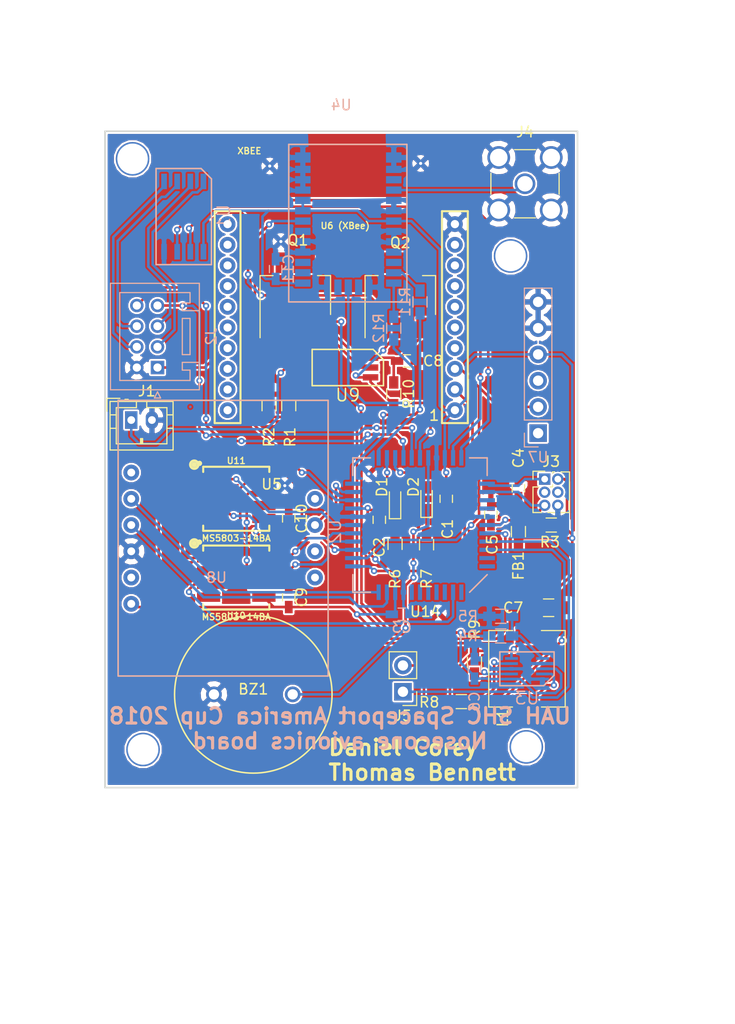
<source format=kicad_pcb>
(kicad_pcb (version 4) (host pcbnew 4.0.6)
  (layers (0 F.Cu signal) (31 B.Cu signal) (34 B.Paste user) (35 F.Paste user) (36 B.SilkS user) (37 F.SilkS user) (38 B.Mask user) (39 F.Mask user) (44 Edge.Cuts user))
  (net 0 "")
  (net 1 +BATT)
  (net 2 GND)
  (net 3 /Vbatt_meas)
  (net 4 +3V3)
  (net 5 VBUS)
  (net 6 /GPS1_EXTINT)
  (net 7 /GPS1_TXD)
  (net 8 /GPS1_RXD)
  (net 9 /GPS1_PPS)
  (net 10 "Net-(C4-Pad2)")
  (net 11 VDC)
  (net 12 "Net-(D1-Pad1)")
  (net 13 /LED_STATUS1)
  (net 14 "Net-(D2-Pad1)")
  (net 15 /LED_STATUS2)
  (net 16 /PDI_Data)
  (net 17 /PDI_CLK)
  (net 18 /XBEE_Dout)
  (net 19 /XBEE_Din)
  (net 20 "Net-(L1-Pad2)")
  (net 21 "Net-(Q1-Pad2)")
  (net 22 "Net-(Q2-Pad2)")
  (net 23 "Net-(R4-Pad2)")
  (net 24 "Net-(R8-Pad2)")
  (net 25 "Net-(R9-Pad2)")
  (net 26 /Center_Dout)
  (net 27 /Center_Din)
  (net 28 /IMU_INT)
  (net 29 /IMU_SDA)
  (net 30 /IMU_SCL)
  (net 31 /P2_CS)
  (net 32 /P1_CS)
  (net 33 /P_MOSI)
  (net 34 /P_MISO)
  (net 35 /P_SCLK)
  (net 36 "Net-(J4-Pad1)")
  (net 37 "Net-(R11-Pad1)")
  (net 38 "Net-(R12-Pad1)")
  (net 39 /Debug_TX)
  (net 40 /Debug_RX)
  (net 41 /Buzzer_drive)
  (net 42 /A1)
  (net 43 /A2)
  (net 44 "Net-(J3-Pad3)")
  (net 45 "Net-(J3-Pad4)")
  (net 46 "Net-(U2-Pad1)")
  (net 47 "Net-(U2-Pad3)")
  (net 48 "Net-(U2-Pad4)")
  (net 49 "Net-(U2-Pad5)")
  (net 50 "Net-(U2-Pad6)")
  (net 51 "Net-(U2-Pad7)")
  (net 52 "Net-(U2-Pad36)")
  (net 53 "Net-(U2-Pad37)")
  (net 54 "Net-(U2-Pad43)")
  (net 55 "Net-(U2-Pad44)")
  (net 56 "Net-(U4-Pad2)")
  (net 57 "Net-(U4-Pad3)")
  (net 58 "Net-(U4-Pad6)")
  (net 59 "Net-(U4-Pad16)")
  (net 60 "Net-(U4-Pad23)")
  (net 61 "Net-(U4-Pad24)")
  (net 62 "Net-(U4-Pad28)")
  (net 63 "Net-(U4-Pad30)")
  (net 64 "Net-(U6-Pad4)")
  (net 65 "Net-(U6-Pad5)")
  (net 66 "Net-(U6-Pad6)")
  (net 67 "Net-(U6-Pad7)")
  (net 68 "Net-(U6-Pad8)")
  (net 69 "Net-(U6-Pad9)")
  (net 70 "Net-(U6-Pad11)")
  (net 71 "Net-(U6-Pad12)")
  (net 72 "Net-(U6-Pad13)")
  (net 73 "Net-(U6-Pad14)")
  (net 74 "Net-(U6-Pad15)")
  (net 75 "Net-(U6-Pad16)")
  (net 76 "Net-(U6-Pad17)")
  (net 77 "Net-(U6-Pad18)")
  (net 78 "Net-(U6-Pad19)")
  (net 79 "Net-(U6-Pad20)")
  (net 80 "Net-(U7-Pad1)")
  (net 81 "Net-(U7-Pad3)")
  (net 82 "Net-(U8-Pad2)")
  (net 83 "Net-(U8-Pad6)")
  (net 84 "Net-(U8-Pad7)")
  (net 85 "Net-(U8-Pad9)")
  (net 86 "Net-(U8-Pad10)")
  (net 87 /RS422out+)
  (net 88 /RS422out-)
  (net 89 /RS422in+)
  (net 90 /RS422in-)
  (net 91 "Net-(U17-Pad1)")
  (net 92 "Net-(U18-Pad1)")
  (net 93 "Net-(U19-Pad1)")
  (net 94 "Net-(U20-Pad1)")
  (module "Misc components:Buzzer-CUI_CEP-2242" (layer F.Cu) (at 148.971 110.363 180)
    (fp_text reference BZ1 (at 0 0.5 180) (layer F.SilkS))
    (fp_text value Buzzer)
    (pad 2 thru_hole circle (at 3.81 0 180) (size 1.524 1.524) (drill 1) (layers *.Cu *.Mask) (net 2 GND))
    (pad 1 thru_hole circle (at -3.81 0 180) (size 1.524 1.524) (drill 1) (layers *.Cu *.Mask) (net 41 /Buzzer_drive))
  )
  (module "Misc components:SOIC-8" (layer B.Cu) (at 142.24 64.135 180)
    (fp_text reference U1 (at -3.88 0 450) (layer B.SilkS) (effects (font (size 1.2 1.2)) (justify mirror)))
    (fp_text value RS485_converter_ISL83488)
    (pad 8 smd rect (at -1.905 3.4 180) (size 0.55 1.5) (layers B.Cu B.Paste B.Mask) (net 87 /RS422out+))
    (pad 1 smd rect (at -1.905 -3.4 180) (size 0.55 1.5) (layers B.Cu B.Paste B.Mask) (net 4 +3V3))
    (pad 7 smd rect (at -0.635 3.4 180) (size 0.55 1.5) (layers B.Cu B.Paste B.Mask) (net 88 /RS422out-))
    (pad 2 smd rect (at -0.635 -3.4 180) (size 0.55 1.5) (layers B.Cu B.Paste B.Mask) (net 26 /Center_Dout))
    (pad 6 smd rect (at 0.635 3.4 180) (size 0.55 1.5) (layers B.Cu B.Paste B.Mask) (net 89 /RS422in+))
    (pad 3 smd rect (at 0.635 -3.4 180) (size 0.55 1.5) (layers B.Cu B.Paste B.Mask) (net 27 /Center_Din))
    (pad 5 smd rect (at 1.905 3.4 180) (size 0.55 1.5) (layers B.Cu B.Paste B.Mask) (net 90 /RS422in-))
    (pad 4 smd rect (at 1.905 -3.4 180) (size 0.55 1.5) (layers B.Cu B.Paste B.Mask) (net 2 GND))
  )
  (module Resistors_SMD:R_0603_HandSoldering (layer F.Cu) (at 152.4 82.423 270)
    (fp_text reference R1 (at 3.048 -0.127 270) (layer F.SilkS))
    (fp_text value 90.9k)
    (pad 1 smd rect (at -1.1 0 270) (size 1.2 0.9) (layers F.Cu F.Paste F.Mask) (net 1 +BATT))
    (pad 2 smd rect (at 1.1 0 270) (size 1.2 0.9) (layers F.Cu F.Paste F.Mask) (net 3 /Vbatt_meas))
  )
  (module Resistors_SMD:R_0603_HandSoldering (layer F.Cu) (at 150.495 82.423 90)
    (fp_text reference R2 (at -3.048 0 90) (layer F.SilkS))
    (fp_text value 10k)
    (pad 1 smd rect (at -1.1 0 90) (size 1.2 0.9) (layers F.Cu F.Paste F.Mask) (net 3 /Vbatt_meas))
    (pad 2 smd rect (at 1.1 0 90) (size 1.2 0.9) (layers F.Cu F.Paste F.Mask) (net 2 GND))
  )
  (module "Misc components:QFP_44" (layer B.Cu) (at 165.1 93.98 90)
    (fp_text reference U2 (at -0.635 -8.255 90) (layer B.SilkS) (effects (font (size 1.2 1.2)) (justify mirror)))
    (fp_text value ATXMEGA16A4U-AU)
    (pad 1 smd rect (at -6.5 4) (size 0.4 1.5) (layers B.Cu B.Paste B.Mask) (net 46 "Net-(U2-Pad1)"))
    (pad 2 smd rect (at -6.5 3.2) (size 0.4 1.5) (layers B.Cu B.Paste B.Mask) (net 31 /P2_CS))
    (pad 3 smd rect (at -6.5 2.4) (size 0.4 1.5) (layers B.Cu B.Paste B.Mask) (net 47 "Net-(U2-Pad3)"))
    (pad 4 smd rect (at -6.5 1.6) (size 0.4 1.5) (layers B.Cu B.Paste B.Mask) (net 48 "Net-(U2-Pad4)"))
    (pad 5 smd rect (at -6.5 0.8) (size 0.4 1.5) (layers B.Cu B.Paste B.Mask) (net 49 "Net-(U2-Pad5)"))
    (pad 6 smd rect (at -6.5 0) (size 0.4 1.5) (layers B.Cu B.Paste B.Mask) (net 50 "Net-(U2-Pad6)"))
    (pad 7 smd rect (at -6.5 -0.8) (size 0.4 1.5) (layers B.Cu B.Paste B.Mask) (net 51 "Net-(U2-Pad7)"))
    (pad 8 smd rect (at -6.5 -1.6) (size 0.4 1.5) (layers B.Cu B.Paste B.Mask) (net 2 GND))
    (pad 9 smd rect (at -6.5 -2.4) (size 0.4 1.5) (layers B.Cu B.Paste B.Mask) (net 4 +3V3))
    (pad 10 smd rect (at -6.5 -3.2) (size 0.4 1.5) (layers B.Cu B.Paste B.Mask) (net 29 /IMU_SDA))
    (pad 11 smd rect (at -6.5 -4) (size 0.4 1.5) (layers B.Cu B.Paste B.Mask) (net 30 /IMU_SCL))
    (pad 12 smd rect (at -4 -6.5 90) (size 0.4 1.5) (layers B.Cu B.Paste B.Mask) (net 18 /XBEE_Dout))
    (pad 13 smd rect (at -3.2 -6.5 90) (size 0.4 1.5) (layers B.Cu B.Paste B.Mask) (net 19 /XBEE_Din))
    (pad 14 smd rect (at -2.4 -6.5 90) (size 0.4 1.5) (layers B.Cu B.Paste B.Mask) (net 32 /P1_CS))
    (pad 15 smd rect (at -1.6 -6.5 90) (size 0.4 1.5) (layers B.Cu B.Paste B.Mask) (net 33 /P_MOSI))
    (pad 16 smd rect (at -0.8 -6.5 90) (size 0.4 1.5) (layers B.Cu B.Paste B.Mask) (net 34 /P_MISO))
    (pad 17 smd rect (at 0 -6.5 90) (size 0.4 1.5) (layers B.Cu B.Paste B.Mask) (net 35 /P_SCLK))
    (pad 18 smd rect (at 0.8 -6.5 90) (size 0.4 1.5) (layers B.Cu B.Paste B.Mask) (net 2 GND))
    (pad 19 smd rect (at 1.6 -6.5 90) (size 0.4 1.5) (layers B.Cu B.Paste B.Mask) (net 4 +3V3))
    (pad 20 smd rect (at 2.4 -6.5 90) (size 0.4 1.5) (layers B.Cu B.Paste B.Mask) (net 6 /GPS1_EXTINT))
    (pad 21 smd rect (at 3.2 -6.5 90) (size 0.4 1.5) (layers B.Cu B.Paste B.Mask) (net 28 /IMU_INT))
    (pad 22 smd rect (at 4 -6.5 90) (size 0.4 1.5) (layers B.Cu B.Paste B.Mask) (net 7 /GPS1_TXD))
    (pad 23 smd rect (at 6.5 -4) (size 0.4 1.5) (layers B.Cu B.Paste B.Mask) (net 8 /GPS1_RXD))
    (pad 24 smd rect (at 6.5 -3.2) (size 0.4 1.5) (layers B.Cu B.Paste B.Mask) (net 13 /LED_STATUS1))
    (pad 25 smd rect (at 6.5 -2.4) (size 0.4 1.5) (layers B.Cu B.Paste B.Mask) (net 15 /LED_STATUS2))
    (pad 26 smd rect (at 6.5 -1.6) (size 0.4 1.5) (layers B.Cu B.Paste B.Mask) (net 40 /Debug_RX))
    (pad 27 smd rect (at 6.5 -0.8) (size 0.4 1.5) (layers B.Cu B.Paste B.Mask) (net 39 /Debug_TX))
    (pad 28 smd rect (at 6.5 0) (size 0.4 1.5) (layers B.Cu B.Paste B.Mask) (net 9 /GPS1_PPS))
    (pad 29 smd rect (at 6.5 0.8) (size 0.4 1.5) (layers B.Cu B.Paste B.Mask) (net 41 /Buzzer_drive))
    (pad 30 smd rect (at 6.5 1.6) (size 0.4 1.5) (layers B.Cu B.Paste B.Mask) (net 2 GND))
    (pad 31 smd rect (at 6.5 2.4) (size 0.4 1.5) (layers B.Cu B.Paste B.Mask) (net 4 +3V3))
    (pad 32 smd rect (at 6.5 3.2) (size 0.4 1.5) (layers B.Cu B.Paste B.Mask) (net 26 /Center_Dout))
    (pad 33 smd rect (at 6.5 4) (size 0.4 1.5) (layers B.Cu B.Paste B.Mask) (net 27 /Center_Din))
    (pad 34 smd rect (at 4 6.5 90) (size 0.4 1.5) (layers B.Cu B.Paste B.Mask) (net 16 /PDI_Data))
    (pad 35 smd rect (at 3.2 6.5 90) (size 0.4 1.5) (layers B.Cu B.Paste B.Mask) (net 17 /PDI_CLK))
    (pad 36 smd rect (at 2.4 6.5 90) (size 0.4 1.5) (layers B.Cu B.Paste B.Mask) (net 52 "Net-(U2-Pad36)"))
    (pad 37 smd rect (at 1.6 6.5 90) (size 0.4 1.5) (layers B.Cu B.Paste B.Mask) (net 53 "Net-(U2-Pad37)"))
    (pad 38 smd rect (at 0.8 6.5 90) (size 0.4 1.5) (layers B.Cu B.Paste B.Mask) (net 2 GND))
    (pad 39 smd rect (at 0 6.5 90) (size 0.4 1.5) (layers B.Cu B.Paste B.Mask) (net 10 "Net-(C4-Pad2)"))
    (pad 40 smd rect (at -0.8 6.5 90) (size 0.4 1.5) (layers B.Cu B.Paste B.Mask) (net 3 /Vbatt_meas))
    (pad 41 smd rect (at -1.6 6.5 90) (size 0.4 1.5) (layers B.Cu B.Paste B.Mask) (net 42 /A1))
    (pad 42 smd rect (at -2.4 6.5 90) (size 0.4 1.5) (layers B.Cu B.Paste B.Mask) (net 43 /A2))
    (pad 43 smd rect (at -3.2 6.5 90) (size 0.4 1.5) (layers B.Cu B.Paste B.Mask) (net 54 "Net-(U2-Pad43)"))
    (pad 44 smd rect (at -4 6.5 90) (size 0.4 1.5) (layers B.Cu B.Paste B.Mask) (net 55 "Net-(U2-Pad44)"))
  )
  (module "Misc components:SOIC-10" (layer B.Cu) (at 175.4505 107.8865 90)
    (fp_text reference U3 (at -2.835 0 360) (layer B.SilkS) (effects (font (size 1.2 1.2)) (justify mirror)))
    (fp_text value 3.3V_DCDC_Conv_TPS62056DGS)
    (pad 10 smd rect (at -1 1.5 90) (size 0.27 1.25) (layers B.Cu B.Paste B.Mask) (net 2 GND))
    (pad 1 smd rect (at -1 -1.5 90) (size 0.27 1.25) (layers B.Cu B.Paste B.Mask) (net 11 VDC))
    (pad 9 smd rect (at -0.5 1.5 90) (size 0.27 1.25) (layers B.Cu B.Paste B.Mask) (net 20 "Net-(L1-Pad2)"))
    (pad 2 smd rect (at -0.5 -1.5 90) (size 0.27 1.25) (layers B.Cu B.Paste B.Mask) (net 25 "Net-(R9-Pad2)"))
    (pad 8 smd rect (at 0 1.5 90) (size 0.27 1.25) (layers B.Cu B.Paste B.Mask) (net 11 VDC))
    (pad 3 smd rect (at 0 -1.5 90) (size 0.27 1.25) (layers B.Cu B.Paste B.Mask) (net 2 GND))
    (pad 7 smd rect (at 0.5 1.5 90) (size 0.27 1.25) (layers B.Cu B.Paste B.Mask) (net 2 GND))
    (pad 4 smd rect (at 0.5 -1.5 90) (size 0.27 1.25) (layers B.Cu B.Paste B.Mask) (net 24 "Net-(R8-Pad2)"))
    (pad 6 smd rect (at 1 1.5 90) (size 0.27 1.25) (layers B.Cu B.Paste B.Mask) (net 23 "Net-(R4-Pad2)"))
    (pad 5 smd rect (at 1 -1.5 90) (size 0.27 1.25) (layers B.Cu B.Paste B.Mask) (net 4 +3V3))
  )
  (module "Misc components:UBX_CAM-M8C" (layer B.Cu) (at 162.56 58.42 180)
    (fp_text reference U4 (at 5.08 5.08 180) (layer B.SilkS) (effects (justify mirror)))
    (fp_text value GPS_UBX_CAM_M8C)
    (pad 27 smd rect (at 2.4 -12.55 90) (size 1.5 0.7) (layers B.Cu B.Paste B.Mask) (net 2 GND))
    (pad 1 smd rect (at 8.8 -12.15 180) (size 1.5 0.7) (layers B.Cu B.Paste B.Mask) (net 4 +3V3))
    (pad 2 smd rect (at 8.8 -11.15 180) (size 1.5 0.7) (layers B.Cu B.Paste B.Mask) (net 56 "Net-(U4-Pad2)"))
    (pad 3 smd rect (at 8.8 -10.15 180) (size 1.5 0.7) (layers B.Cu B.Paste B.Mask) (net 57 "Net-(U4-Pad3)"))
    (pad 4 smd rect (at 8.8 -9.15 180) (size 1.5 0.7) (layers B.Cu B.Paste B.Mask) (net 2 GND))
    (pad 5 smd rect (at 8.8 -8.15 180) (size 1.5 0.7) (layers B.Cu B.Paste B.Mask) (net 2 GND))
    (pad 6 smd rect (at 8.8 -7.15 180) (size 1.5 0.7) (layers B.Cu B.Paste B.Mask) (net 58 "Net-(U4-Pad6)"))
    (pad 7 smd rect (at 8.8 -6.15 180) (size 1.5 0.7) (layers B.Cu B.Paste B.Mask) (net 6 /GPS1_EXTINT))
    (pad 8 smd rect (at 8.8 -5.15 180) (size 1.5 0.7) (layers B.Cu B.Paste B.Mask) (net 4 +3V3))
    (pad 9 smd rect (at 8.8 -4.15 180) (size 1.5 0.7) (layers B.Cu B.Paste B.Mask) (net 4 +3V3))
    (pad 10 smd rect (at 8.8 -3.15 180) (size 1.5 0.7) (layers B.Cu B.Paste B.Mask) (net 2 GND))
    (pad 11 smd rect (at 8.8 -2.15 180) (size 1.5 0.7) (layers B.Cu B.Paste B.Mask) (net 2 GND))
    (pad 12 smd rect (at 8.8 -1.15 180) (size 1.5 0.7) (layers B.Cu B.Paste B.Mask) (net 2 GND))
    (pad 13 smd rect (at 8.8 0 180) (size 1.5 1) (layers B.Cu B.Paste B.Mask) (net 2 GND))
    (pad 14 smd rect (at 0 0 180) (size 1.5 1) (layers B.Cu B.Paste B.Mask) (net 2 GND))
    (pad 15 smd rect (at 0 -1.15 180) (size 1.5 0.7) (layers B.Cu B.Paste B.Mask) (net 2 GND))
    (pad 16 smd rect (at 0 -2.15 180) (size 1.5 0.7) (layers B.Cu B.Paste B.Mask) (net 59 "Net-(U4-Pad16)"))
    (pad 17 smd rect (at 0 -3.15 180) (size 1.5 0.7) (layers B.Cu B.Paste B.Mask) (net 36 "Net-(J4-Pad1)"))
    (pad 18 smd rect (at 0 -4.15 180) (size 1.5 0.7) (layers B.Cu B.Paste B.Mask) (net 2 GND))
    (pad 19 smd rect (at 0 -5.15 180) (size 1.5 0.7) (layers B.Cu B.Paste B.Mask) (net 2 GND))
    (pad 20 smd rect (at 0 -6.15 180) (size 1.5 0.7) (layers B.Cu B.Paste B.Mask) (net 4 +3V3))
    (pad 21 smd rect (at 0 -7.15 180) (size 1.5 0.7) (layers B.Cu B.Paste B.Mask) (net 2 GND))
    (pad 22 smd rect (at 0 -8.15 180) (size 1.5 0.7) (layers B.Cu B.Paste B.Mask) (net 2 GND))
    (pad 23 smd rect (at 0 -9.15 180) (size 1.5 0.7) (layers B.Cu B.Paste B.Mask) (net 60 "Net-(U4-Pad23)"))
    (pad 24 smd rect (at 0 -10.15 180) (size 1.5 0.7) (layers B.Cu B.Paste B.Mask) (net 61 "Net-(U4-Pad24)"))
    (pad 25 smd rect (at 0 -11.15 180) (size 1.5 0.7) (layers B.Cu B.Paste B.Mask) (net 37 "Net-(R11-Pad1)"))
    (pad 26 smd rect (at 0 -12.15 180) (size 1.5 0.7) (layers B.Cu B.Paste B.Mask) (net 38 "Net-(R12-Pad1)"))
    (pad 28 smd rect (at 3.4 -12.55 90) (size 1.5 0.7) (layers B.Cu B.Paste B.Mask) (net 62 "Net-(U4-Pad28)"))
    (pad 29 smd rect (at 4.4 -12.55 90) (size 1.5 0.7) (layers B.Cu B.Paste B.Mask) (net 9 /GPS1_PPS))
    (pad 30 smd rect (at 5.4 -12.55 90) (size 1.5 0.7) (layers B.Cu B.Paste B.Mask) (net 63 "Net-(U4-Pad30)"))
    (pad 31 smd rect (at 6.4 -12.55 90) (size 1.5 0.7) (layers B.Cu B.Paste B.Mask) (net 2 GND))
  )
  (module RF:XBEE (layer F.Cu) (at 157.48 62.865 180)
    (fp_text reference "U6 (XBee)" (at -0.381 -2.159 180) (layer F.SilkS) (effects (font (size 0.6096 0.6096) (thickness 0.127))))
    (fp_text value XBEE (at 8.89 5.08 180) (layer F.SilkS) (effects (font (size 0.6096 0.6096) (thickness 0.127))))
    (fp_text user 1 (at -8.9916 -20.50796 180) (layer F.SilkS) (effects (font (size 1.016 1.016) (thickness 0.1524))))
    (pad 1 thru_hole circle (at -10.9982 -19.99996 180) (size 1.524 1.524) (drill 0.79756) (layers *.Cu *.Mask) (net 4 +3V3))
    (pad 2 thru_hole circle (at -10.9982 -17.99844 180) (size 1.524 1.524) (drill 0.79756) (layers *.Cu *.Mask) (net 18 /XBEE_Dout))
    (pad 3 thru_hole circle (at -10.9982 -15.99946 180) (size 1.524 1.524) (drill 0.79756) (layers *.Cu *.Mask) (net 19 /XBEE_Din))
    (pad 4 thru_hole circle (at -10.9982 -13.99794 180) (size 1.524 1.524) (drill 0.79756) (layers *.Cu *.Mask) (net 64 "Net-(U6-Pad4)"))
    (pad 5 thru_hole circle (at -10.9982 -11.99896 180) (size 1.524 1.524) (drill 0.79756) (layers *.Cu *.Mask) (net 65 "Net-(U6-Pad5)"))
    (pad 6 thru_hole circle (at -10.9982 -9.99998 180) (size 1.524 1.524) (drill 0.79756) (layers *.Cu *.Mask) (net 66 "Net-(U6-Pad6)"))
    (pad 7 thru_hole circle (at -10.9982 -7.99846 180) (size 1.524 1.524) (drill 0.79756) (layers *.Cu *.Mask) (net 67 "Net-(U6-Pad7)"))
    (pad 8 thru_hole circle (at -10.9982 -5.99948 180) (size 1.524 1.524) (drill 0.79756) (layers *.Cu *.Mask) (net 68 "Net-(U6-Pad8)"))
    (pad 9 thru_hole circle (at -10.9982 -3.99796 180) (size 1.524 1.524) (drill 0.79756) (layers *.Cu *.Mask) (net 69 "Net-(U6-Pad9)"))
    (pad 10 thru_hole circle (at -10.9982 -1.99898 180) (size 1.524 1.524) (drill 0.79756) (layers *.Cu *.Mask) (net 2 GND))
    (pad 11 thru_hole circle (at 10.9982 -1.99898 180) (size 1.524 1.524) (drill 0.79756) (layers *.Cu *.Mask) (net 70 "Net-(U6-Pad11)"))
    (pad 12 thru_hole circle (at 10.9982 -3.99796 180) (size 1.524 1.524) (drill 0.79756) (layers *.Cu *.Mask) (net 71 "Net-(U6-Pad12)"))
    (pad 13 thru_hole circle (at 10.9982 -5.99948 180) (size 1.524 1.524) (drill 0.79756) (layers *.Cu *.Mask) (net 72 "Net-(U6-Pad13)"))
    (pad 14 thru_hole circle (at 10.9982 -7.99846 180) (size 1.524 1.524) (drill 0.79756) (layers *.Cu *.Mask) (net 73 "Net-(U6-Pad14)"))
    (pad 15 thru_hole circle (at 10.9982 -9.99998 180) (size 1.524 1.524) (drill 0.79756) (layers *.Cu *.Mask) (net 74 "Net-(U6-Pad15)"))
    (pad 16 thru_hole circle (at 10.9982 -11.99896 180) (size 1.524 1.524) (drill 0.79756) (layers *.Cu *.Mask) (net 75 "Net-(U6-Pad16)"))
    (pad 17 thru_hole circle (at 10.9982 -13.99794 180) (size 1.524 1.524) (drill 0.79756) (layers *.Cu *.Mask) (net 76 "Net-(U6-Pad17)"))
    (pad 18 thru_hole circle (at 10.9982 -15.99946 180) (size 1.524 1.524) (drill 0.79756) (layers *.Cu *.Mask) (net 77 "Net-(U6-Pad18)"))
    (pad 19 thru_hole circle (at 10.9982 -17.99844 180) (size 1.524 1.524) (drill 0.79756) (layers *.Cu *.Mask) (net 78 "Net-(U6-Pad19)"))
    (pad 20 thru_hole circle (at 10.9982 -19.99996 180) (size 1.524 1.524) (drill 0.79756) (layers *.Cu *.Mask) (net 79 "Net-(U6-Pad20)"))
  )
  (module Pin_Headers:Pin_Header_Straight_2x03_Pitch1.27mm (layer F.Cu) (at 177.165 89.535)
    (fp_text reference J3 (at 0.635 -1.695) (layer F.SilkS))
    (fp_text value Conn_02x03_Odd_Even)
    (pad 1 thru_hole rect (at 0 0) (size 1.1 1.1) (drill 0.65) (layers *.Cu *.Mask) (net 16 /PDI_Data))
    (pad 2 thru_hole oval (at 1.27 0) (size 1.1 1.1) (drill 0.65) (layers *.Cu *.Mask) (net 4 +3V3))
    (pad 3 thru_hole oval (at 0 1.27) (size 1.1 1.1) (drill 0.65) (layers *.Cu *.Mask) (net 44 "Net-(J3-Pad3)"))
    (pad 4 thru_hole oval (at 1.27 1.27) (size 1.1 1.1) (drill 0.65) (layers *.Cu *.Mask) (net 45 "Net-(J3-Pad4)"))
    (pad 5 thru_hole oval (at 0 2.54) (size 1.1 1.1) (drill 0.65) (layers *.Cu *.Mask) (net 17 /PDI_CLK))
    (pad 6 thru_hole oval (at 1.27 2.54) (size 1.1 1.1) (drill 0.65) (layers *.Cu *.Mask) (net 2 GND))
  )
  (module Pin_Headers:Pin_Header_Straight_1x06_Pitch2.54mm (layer B.Cu) (at 176.53 85.09)
    (fp_text reference U7 (at 0 2.33) (layer B.SilkS) (effects (justify mirror)))
    (fp_text value OpenLog)
    (pad 1 thru_hole rect (at 0 0) (size 1.7 1.7) (drill 1) (layers *.Cu *.Mask) (net 80 "Net-(U7-Pad1)"))
    (pad 2 thru_hole oval (at 0 -2.54) (size 1.7 1.7) (drill 1) (layers *.Cu *.Mask) (net 19 /XBEE_Din))
    (pad 3 thru_hole oval (at 0 -5.08) (size 1.7 1.7) (drill 1) (layers *.Cu *.Mask) (net 81 "Net-(U7-Pad3)"))
    (pad 4 thru_hole oval (at 0 -7.62) (size 1.7 1.7) (drill 1) (layers *.Cu *.Mask) (net 4 +3V3))
    (pad 5 thru_hole oval (at 0 -10.16) (size 1.7 1.7) (drill 1) (layers *.Cu *.Mask) (net 2 GND))
    (pad 6 thru_hole oval (at 0 -12.7) (size 1.7 1.7) (drill 1) (layers *.Cu *.Mask) (net 2 GND))
  )
  (module Capacitors_SMD:C_0603_HandSoldering (layer F.Cu) (at 167.64 91.44 90)
    (fp_text reference C1 (at -2.921 0.127 90) (layer F.SilkS))
    (fp_text value 100nF)
    (pad 1 smd rect (at -0.95 0 90) (size 1.2 0.75) (layers F.Cu F.Paste F.Mask) (net 2 GND))
    (pad 2 smd rect (at 0.95 0 90) (size 1.2 0.75) (layers F.Cu F.Paste F.Mask) (net 4 +3V3))
  )
  (module Capacitors_SMD:C_0603_HandSoldering (layer F.Cu) (at 161.163 93.472 270)
    (fp_text reference C2 (at 2.667 0 270) (layer F.SilkS))
    (fp_text value 100nF)
    (pad 1 smd rect (at -0.95 0 270) (size 1.2 0.75) (layers F.Cu F.Paste F.Mask) (net 4 +3V3))
    (pad 2 smd rect (at 0.95 0 270) (size 1.2 0.75) (layers F.Cu F.Paste F.Mask) (net 2 GND))
  )
  (module Capacitors_SMD:C_0603_HandSoldering (layer B.Cu) (at 163.322 102.616)
    (fp_text reference C3 (at 0 1.25) (layer B.SilkS) (effects (justify mirror)))
    (fp_text value 100nF)
    (pad 1 smd rect (at -0.95 0) (size 1.2 0.75) (layers B.Cu B.Paste B.Mask) (net 4 +3V3))
    (pad 2 smd rect (at 0.95 0) (size 1.2 0.75) (layers B.Cu B.Paste B.Mask) (net 2 GND))
  )
  (module Capacitors_SMD:C_0603_HandSoldering (layer F.Cu) (at 174.625 90.424 270)
    (fp_text reference C4 (at -2.921 0 270) (layer F.SilkS))
    (fp_text value 10uF)
    (pad 1 smd rect (at -0.95 0 270) (size 1.2 0.75) (layers F.Cu F.Paste F.Mask) (net 2 GND))
    (pad 2 smd rect (at 0.95 0 270) (size 1.2 0.75) (layers F.Cu F.Paste F.Mask) (net 10 "Net-(C4-Pad2)"))
  )
  (module Capacitors_SMD:C_0603_HandSoldering (layer F.Cu) (at 171.958 92.964 270)
    (fp_text reference C5 (at 2.921 -0.127 270) (layer F.SilkS))
    (fp_text value 100nF)
    (pad 1 smd rect (at -0.95 0 270) (size 1.2 0.75) (layers F.Cu F.Paste F.Mask) (net 2 GND))
    (pad 2 smd rect (at 0.95 0 270) (size 1.2 0.75) (layers F.Cu F.Paste F.Mask) (net 10 "Net-(C4-Pad2)"))
  )
  (module Capacitors_SMD:C_0603_HandSoldering (layer B.Cu) (at 170.3705 107.8865 90)
    (fp_text reference C6 (at -3.175 0 90) (layer B.SilkS) (effects (justify mirror)))
    (fp_text value 10uF)
    (pad 1 smd rect (at -0.95 0 90) (size 1.2 0.75) (layers B.Cu B.Paste B.Mask) (net 11 VDC))
    (pad 2 smd rect (at 0.95 0 90) (size 1.2 0.75) (layers B.Cu B.Paste B.Mask) (net 2 GND))
  )
  (module Capacitors_SMD:C_0603_HandSoldering (layer F.Cu) (at 163.83 78.105)
    (fp_text reference C8 (at 2.54 0) (layer F.SilkS))
    (fp_text value 22uF)
    (pad 1 smd rect (at -0.95 0) (size 1.2 0.75) (layers F.Cu F.Paste F.Mask) (net 11 VDC))
    (pad 2 smd rect (at 0.95 0) (size 1.2 0.75) (layers F.Cu F.Paste F.Mask) (net 2 GND))
  )
  (module LEDs:LED_0603_HandSoldering (layer F.Cu) (at 162.687 91.567 90)
    (fp_text reference D1 (at 1.27 -1.27 90) (layer F.SilkS))
    (fp_text value LED)
    (pad 1 smd rect (at -1.1 0 90) (size 1.2 0.9) (layers F.Cu F.Paste F.Mask) (net 12 "Net-(D1-Pad1)"))
    (pad 2 smd rect (at 1.1 0 90) (size 1.2 0.9) (layers F.Cu F.Paste F.Mask) (net 13 /LED_STATUS1))
  )
  (module LEDs:LED_0603_HandSoldering (layer F.Cu) (at 165.735 91.44 90)
    (fp_text reference D2 (at 1.143 -1.27 90) (layer F.SilkS))
    (fp_text value LED)
    (pad 1 smd rect (at -1.1 0 90) (size 1.2 0.9) (layers F.Cu F.Paste F.Mask) (net 14 "Net-(D2-Pad1)"))
    (pad 2 smd rect (at 1.1 0 90) (size 1.2 0.9) (layers F.Cu F.Paste F.Mask) (net 15 /LED_STATUS2))
  )
  (module Inductors_SMD:L_0603_HandSoldering (layer F.Cu) (at 174.625 94.615 90)
    (fp_text reference FB1 (at -3.302 0 90) (layer F.SilkS))
    (fp_text value FERRITE_BEAD-0603)
    (pad 1 smd rect (at -1.1 0 90) (size 1.2 0.9) (layers F.Cu F.Paste F.Mask) (net 4 +3V3))
    (pad 2 smd rect (at 1.1 0 90) (size 1.2 0.9) (layers F.Cu F.Paste F.Mask) (net 10 "Net-(C4-Pad2)"))
  )
  (module Inductors_SMD:L_7.3x7.3_H4.5 (layer F.Cu) (at 175.4505 107.8865 270)
    (fp_text reference L1 (at 4.7625 2.3495 270) (layer F.SilkS))
    (fp_text value 10uH)
    (pad 1 smd rect (at -3.2 0 270) (size 1.5 2.2) (layers F.Cu F.Paste F.Mask) (net 4 +3V3))
    (pad 2 smd rect (at 3.2 0 270) (size 1.5 2.2) (layers F.Cu F.Paste F.Mask) (net 20 "Net-(L1-Pad2)"))
  )
  (module TO_SOT_Packages_SMD:SOT-223-3_TabPin2 (layer F.Cu) (at 153.035 71.755 90)
    (fp_text reference Q1 (at 5.334 0.254 180) (layer F.SilkS))
    (fp_text value Q_PMOS_DGS)
    (pad 2 smd rect (at 3.15 0 90) (size 2 3.8) (layers F.Cu F.Paste F.Mask) (net 21 "Net-(Q1-Pad2)"))
    (pad 2 smd rect (at -3.15 0 90) (size 2 1.5) (layers F.Cu F.Paste F.Mask) (net 21 "Net-(Q1-Pad2)"))
    (pad 3 smd rect (at -3.15 2.3 90) (size 2 1.5) (layers F.Cu F.Paste F.Mask) (net 11 VDC))
    (pad 1 smd rect (at -3.15 -2.3 90) (size 2 1.5) (layers F.Cu F.Paste F.Mask) (net 1 +BATT))
  )
  (module TO_SOT_Packages_SMD:SOT-223-3_TabPin2 (layer F.Cu) (at 163.195 71.755 90)
    (fp_text reference Q2 (at 5.08 0 180) (layer F.SilkS))
    (fp_text value Q_PMOS_DGS)
    (pad 2 smd rect (at 3.15 0 90) (size 2 3.8) (layers F.Cu F.Paste F.Mask) (net 22 "Net-(Q2-Pad2)"))
    (pad 2 smd rect (at -3.15 0 90) (size 2 1.5) (layers F.Cu F.Paste F.Mask) (net 22 "Net-(Q2-Pad2)"))
    (pad 3 smd rect (at -3.15 2.3 90) (size 2 1.5) (layers F.Cu F.Paste F.Mask) (net 11 VDC))
    (pad 1 smd rect (at -3.15 -2.3 90) (size 2 1.5) (layers F.Cu F.Paste F.Mask) (net 5 VBUS))
  )
  (module Resistors_SMD:R_0603_HandSoldering (layer F.Cu) (at 177.8 93.98 180)
    (fp_text reference R3 (at 0.127 -1.651 180) (layer F.SilkS))
    (fp_text value 10k)
    (pad 1 smd rect (at -1.1 0 180) (size 1.2 0.9) (layers F.Cu F.Paste F.Mask) (net 4 +3V3))
    (pad 2 smd rect (at 1.1 0 180) (size 1.2 0.9) (layers F.Cu F.Paste F.Mask) (net 17 /PDI_CLK))
  )
  (module Resistors_SMD:R_0603_HandSoldering (layer B.Cu) (at 172.9105 104.7115)
    (fp_text reference R4 (at -3.175 0) (layer B.SilkS) (effects (justify mirror)))
    (fp_text value 130k)
    (pad 1 smd rect (at -1.1 0) (size 1.2 0.9) (layers B.Cu B.Paste B.Mask) (net 11 VDC))
    (pad 2 smd rect (at 1.1 0) (size 1.2 0.9) (layers B.Cu B.Paste B.Mask) (net 23 "Net-(R4-Pad2)"))
  )
  (module Resistors_SMD:R_0603_HandSoldering (layer B.Cu) (at 172.9105 102.8065 180)
    (fp_text reference R5 (at 3.175 0 180) (layer B.SilkS) (effects (justify mirror)))
    (fp_text value 100k)
    (pad 1 smd rect (at -1.1 0 180) (size 1.2 0.9) (layers B.Cu B.Paste B.Mask) (net 23 "Net-(R4-Pad2)"))
    (pad 2 smd rect (at 1.1 0 180) (size 1.2 0.9) (layers B.Cu B.Paste B.Mask) (net 2 GND))
  )
  (module Resistors_SMD:R_0603_HandSoldering (layer F.Cu) (at 162.687 95.842 90)
    (fp_text reference R6 (at -3.345 0 90) (layer F.SilkS))
    (fp_text value 220)
    (pad 1 smd rect (at -1.1 0 90) (size 1.2 0.9) (layers F.Cu F.Paste F.Mask) (net 2 GND))
    (pad 2 smd rect (at 1.1 0 90) (size 1.2 0.9) (layers F.Cu F.Paste F.Mask) (net 12 "Net-(D1-Pad1)"))
  )
  (module Resistors_SMD:R_0603_HandSoldering (layer F.Cu) (at 165.735 95.885 90)
    (fp_text reference R7 (at -3.302 0 90) (layer F.SilkS))
    (fp_text value 220)
    (pad 1 smd rect (at -1.1 0 90) (size 1.2 0.9) (layers F.Cu F.Paste F.Mask) (net 2 GND))
    (pad 2 smd rect (at 1.1 0 90) (size 1.2 0.9) (layers F.Cu F.Paste F.Mask) (net 14 "Net-(D2-Pad1)"))
  )
  (module Resistors_SMD:R_0603_HandSoldering (layer F.Cu) (at 169.1005 111.0615)
    (fp_text reference R8 (at -3.1115 0.0635) (layer F.SilkS))
    (fp_text value 1M)
    (pad 1 smd rect (at -1.1 0) (size 1.2 0.9) (layers F.Cu F.Paste F.Mask) (net 4 +3V3))
    (pad 2 smd rect (at 1.1 0) (size 1.2 0.9) (layers F.Cu F.Paste F.Mask) (net 24 "Net-(R8-Pad2)"))
  )
  (module Resistors_SMD:R_0603_HandSoldering (layer F.Cu) (at 170.3705 107.2515 270)
    (fp_text reference R9 (at -3.175 0 270) (layer F.SilkS))
    (fp_text value 1M)
    (pad 1 smd rect (at -1.1 0 270) (size 1.2 0.9) (layers F.Cu F.Paste F.Mask) (net 4 +3V3))
    (pad 2 smd rect (at 1.1 0 270) (size 1.2 0.9) (layers F.Cu F.Paste F.Mask) (net 25 "Net-(R9-Pad2)"))
  )
  (module Resistors_SMD:R_0603_HandSoldering (layer F.Cu) (at 162.56 81.28 270)
    (fp_text reference R10 (at 0 -1.45 270) (layer F.SilkS))
    (fp_text value 470k)
    (pad 1 smd rect (at -1.1 0 270) (size 1.2 0.9) (layers F.Cu F.Paste F.Mask) (net 11 VDC))
    (pad 2 smd rect (at 1.1 0 270) (size 1.2 0.9) (layers F.Cu F.Paste F.Mask) (net 22 "Net-(Q2-Pad2)"))
  )
  (module "Misc components:BNO055_Breakout" (layer B.Cu) (at 137.16 101.6)
    (fp_text reference U8 (at 8.255 -2.54) (layer B.SilkS) (effects (justify mirror)))
    (fp_text value BNO055)
    (pad 1 thru_hole circle (at 0 0) (size 1.524 1.524) (drill 0.762) (layers *.Cu *.Mask) (net 4 +3V3))
    (pad 2 thru_hole circle (at 0 -2.54) (size 1.524 1.524) (drill 0.762) (layers *.Cu *.Mask) (net 82 "Net-(U8-Pad2)"))
    (pad 3 thru_hole circle (at 0 -5.08) (size 1.524 1.524) (drill 0.762) (layers *.Cu *.Mask) (net 2 GND))
    (pad 4 thru_hole circle (at 0 -7.62) (size 1.524 1.524) (drill 0.762) (layers *.Cu *.Mask) (net 29 /IMU_SDA))
    (pad 5 thru_hole circle (at 0 -10.16) (size 1.524 1.524) (drill 0.762) (layers *.Cu *.Mask) (net 30 /IMU_SCL))
    (pad 6 thru_hole circle (at 0 -12.7) (size 1.524 1.524) (drill 0.762) (layers *.Cu *.Mask) (net 83 "Net-(U8-Pad6)"))
    (pad 7 thru_hole circle (at 17.78 -10.16) (size 1.524 1.524) (drill 0.762) (layers *.Cu *.Mask) (net 84 "Net-(U8-Pad7)"))
    (pad 8 thru_hole circle (at 17.78 -7.62) (size 1.524 1.524) (drill 0.762) (layers *.Cu *.Mask) (net 28 /IMU_INT))
    (pad 9 thru_hole circle (at 17.78 -5.08) (size 1.524 1.524) (drill 0.762) (layers *.Cu *.Mask) (net 85 "Net-(U8-Pad9)"))
    (pad 10 thru_hole circle (at 17.78 -2.54) (size 1.524 1.524) (drill 0.762) (layers *.Cu *.Mask) (net 86 "Net-(U8-Pad10)"))
  )
  (module "Misc components:SOIC-6" (layer F.Cu) (at 158.115 78.74 270)
    (fp_text reference U9 (at 2.667 0 540) (layer F.SilkS) (effects (font (size 1.2 1.2))))
    (fp_text value LTC4412)
    (pad 6 smd rect (at -0.95 -2.2 270) (size 0.61 1.5) (layers F.Cu F.Paste F.Mask) (net 11 VDC))
    (pad 1 smd rect (at -0.95 2.2 270) (size 0.61 1.5) (layers F.Cu F.Paste F.Mask) (net 1 +BATT))
    (pad 5 smd rect (at 0 -2.2 270) (size 0.61 1.5) (layers F.Cu F.Paste F.Mask) (net 21 "Net-(Q1-Pad2)"))
    (pad 2 smd rect (at 0 2.2 270) (size 0.61 1.5) (layers F.Cu F.Paste F.Mask) (net 2 GND))
    (pad 4 smd rect (at 0.95 -2.2 270) (size 0.61 1.5) (layers F.Cu F.Paste F.Mask) (net 22 "Net-(Q2-Pad2)"))
    (pad 3 smd rect (at 0.95 2.2 270) (size 0.61 1.5) (layers F.Cu F.Paste F.Mask) (net 2 GND))
  )
  (module Capacitors_SMD:C_0603_HandSoldering (layer F.Cu) (at 152.4 100.965 270)
    (fp_text reference C9 (at 0 -1.25 270) (layer F.SilkS))
    (fp_text value 100nF)
    (pad 1 smd rect (at -0.95 0 270) (size 1.2 0.75) (layers F.Cu F.Paste F.Mask) (net 2 GND))
    (pad 2 smd rect (at 0.95 0 270) (size 1.2 0.75) (layers F.Cu F.Paste F.Mask) (net 4 +3V3))
  )
  (module Capacitors_SMD:C_0603_HandSoldering (layer F.Cu) (at 152.4 93.345 270)
    (fp_text reference C10 (at 0 -1.25 270) (layer F.SilkS))
    (fp_text value 100nF)
    (pad 1 smd rect (at -0.95 0 270) (size 1.2 0.75) (layers F.Cu F.Paste F.Mask) (net 2 GND))
    (pad 2 smd rect (at 0.95 0 270) (size 1.2 0.75) (layers F.Cu F.Paste F.Mask) (net 4 +3V3))
  )
  (module Silicon-Standard:MS5803 (layer F.Cu) (at 147.32 99.06)
    (fp_text reference U10 (at 0 3.683 180) (layer F.SilkS) (effects (font (size 0.6096 0.6096) (thickness 0.127))))
    (fp_text value MS5803-14BA (at 0 3.81) (layer F.SilkS) (effects (font (size 0.6096 0.6096) (thickness 0.127))))
    (pad 1 smd rect (at -2.67462 -1.89992 90) (size 0.89916 2.2479) (layers F.Cu F.Paste F.Mask) (net 35 /P_SCLK))
    (pad 2 smd rect (at -2.67462 -0.6477 90) (size 0.89916 2.2479) (layers F.Cu F.Paste F.Mask) (net 2 GND))
    (pad 3 smd rect (at -2.39776 0.6477 90) (size 0.89916 2.79908) (layers F.Cu F.Paste F.Mask) (net 31 /P2_CS))
    (pad 4 smd rect (at -2.67462 1.89992 90) (size 0.89916 2.2479) (layers F.Cu F.Paste F.Mask))
    (pad 5 smd rect (at 2.67462 1.89992 90) (size 0.89916 2.2479) (layers F.Cu F.Paste F.Mask) (net 4 +3V3))
    (pad 6 smd rect (at 2.67462 0.6477 90) (size 0.89916 2.2479) (layers F.Cu F.Paste F.Mask) (net 2 GND))
    (pad 7 smd rect (at 2.67462 -0.6477 90) (size 0.89916 2.2479) (layers F.Cu F.Paste F.Mask) (net 33 /P_MOSI))
    (pad 8 smd rect (at 2.67462 -1.89992 90) (size 0.89916 2.2479) (layers F.Cu F.Paste F.Mask) (net 34 /P_MISO))
  )
  (module Silicon-Standard:MS5803 (layer F.Cu) (at 147.32 91.44)
    (fp_text reference U11 (at 0 -3.683) (layer F.SilkS) (effects (font (size 0.6096 0.6096) (thickness 0.127))))
    (fp_text value MS5803-14BA (at 0 3.81) (layer F.SilkS) (effects (font (size 0.6096 0.6096) (thickness 0.127))))
    (pad 1 smd rect (at -2.67462 -1.89992 90) (size 0.89916 2.2479) (layers F.Cu F.Paste F.Mask) (net 35 /P_SCLK))
    (pad 2 smd rect (at -2.67462 -0.6477 90) (size 0.89916 2.2479) (layers F.Cu F.Paste F.Mask) (net 2 GND))
    (pad 3 smd rect (at -2.39776 0.6477 90) (size 0.89916 2.79908) (layers F.Cu F.Paste F.Mask) (net 32 /P1_CS))
    (pad 4 smd rect (at -2.67462 1.89992 90) (size 0.89916 2.2479) (layers F.Cu F.Paste F.Mask))
    (pad 5 smd rect (at 2.67462 1.89992 90) (size 0.89916 2.2479) (layers F.Cu F.Paste F.Mask) (net 4 +3V3))
    (pad 6 smd rect (at 2.67462 0.6477 90) (size 0.89916 2.2479) (layers F.Cu F.Paste F.Mask) (net 2 GND))
    (pad 7 smd rect (at 2.67462 -0.6477 90) (size 0.89916 2.2479) (layers F.Cu F.Paste F.Mask) (net 33 /P_MOSI))
    (pad 8 smd rect (at 2.67462 -1.89992 90) (size 0.89916 2.2479) (layers F.Cu F.Paste F.Mask) (net 34 /P_MISO))
  )
  (module Connectors_JST:JST_PUD_B08B-PUDSS_2x04x2.00mm_Straight (layer B.Cu) (at 139.7 78.74 90)
    (fp_text reference J2 (at 3 5.2 90) (layer B.SilkS) (effects (justify mirror)))
    (fp_text value Conn_02x04_Odd_Even)
    (pad 1 thru_hole rect (at 0 0 90) (size 1.3 1.3) (drill 0.8) (layers *.Cu *.Mask) (net 5 VBUS))
    (pad 3 thru_hole circle (at 2 0 90) (size 1.3 1.3) (drill 0.8) (layers *.Cu *.Mask) (net 87 /RS422out+))
    (pad 5 thru_hole circle (at 4 0 90) (size 1.3 1.3) (drill 0.8) (layers *.Cu *.Mask) (net 88 /RS422out-))
    (pad 7 thru_hole circle (at 6 0 90) (size 1.3 1.3) (drill 0.8) (layers *.Cu *.Mask) (net 39 /Debug_TX))
    (pad 2 thru_hole circle (at 0 -2 90) (size 1.3 1.3) (drill 0.8) (layers *.Cu *.Mask) (net 2 GND))
    (pad 4 thru_hole circle (at 2 -2 90) (size 1.3 1.3) (drill 0.8) (layers *.Cu *.Mask) (net 90 /RS422in-))
    (pad 6 thru_hole circle (at 4 -2 90) (size 1.3 1.3) (drill 0.8) (layers *.Cu *.Mask) (net 89 /RS422in+))
    (pad 8 thru_hole circle (at 6 -2 90) (size 1.3 1.3) (drill 0.8) (layers *.Cu *.Mask) (net 40 /Debug_RX))
  )
  (module Connectors:SMA_THT_Jack_Straight (layer F.Cu) (at 175.26 60.96)
    (fp_text reference J4 (at 0 -5) (layer F.SilkS))
    (fp_text value Conn_Coaxial)
    (pad 2 thru_hole circle (at -2.54 2.54) (size 2.2 2.2) (drill 1.7) (layers *.Cu *.Mask) (net 2 GND))
    (pad 2 thru_hole circle (at -2.54 -2.54) (size 2.2 2.2) (drill 1.7) (layers *.Cu *.Mask) (net 2 GND))
    (pad 2 thru_hole circle (at 2.54 -2.54) (size 2.2 2.2) (drill 1.7) (layers *.Cu *.Mask) (net 2 GND))
    (pad 2 thru_hole circle (at 2.54 2.54) (size 2.2 2.2) (drill 1.7) (layers *.Cu *.Mask) (net 2 GND))
    (pad 1 thru_hole circle (at 0 0) (size 2 2) (drill 1.5) (layers *.Cu *.Mask) (net 36 "Net-(J4-Pad1)"))
  )
  (module Resistors_SMD:R_0603_HandSoldering (layer B.Cu) (at 165.1 72.39 270)
    (fp_text reference R11 (at 0 1.45 270) (layer B.SilkS) (effects (justify mirror)))
    (fp_text value 220)
    (pad 1 smd rect (at -1.1 0 270) (size 1.2 0.9) (layers B.Cu B.Paste B.Mask) (net 37 "Net-(R11-Pad1)"))
    (pad 2 smd rect (at 1.1 0 270) (size 1.2 0.9) (layers B.Cu B.Paste B.Mask) (net 7 /GPS1_TXD))
  )
  (module Resistors_SMD:R_0603_HandSoldering (layer B.Cu) (at 162.56 74.93 270)
    (fp_text reference R12 (at 0 1.45 270) (layer B.SilkS) (effects (justify mirror)))
    (fp_text value 220)
    (pad 1 smd rect (at -1.1 0 270) (size 1.2 0.9) (layers B.Cu B.Paste B.Mask) (net 38 "Net-(R12-Pad1)"))
    (pad 2 smd rect (at 1.1 0 270) (size 1.2 0.9) (layers B.Cu B.Paste B.Mask) (net 8 /GPS1_RXD))
  )
  (module Capacitors_SMD:C_0603_HandSoldering (layer B.Cu) (at 151.13 69.215 90)
    (fp_text reference C11 (at 0 1.25 90) (layer B.SilkS) (effects (justify mirror)))
    (fp_text value 4.7uF)
    (pad 1 smd rect (at -0.95 0 90) (size 1.2 0.75) (layers B.Cu B.Paste B.Mask) (net 4 +3V3))
    (pad 2 smd rect (at 0.95 0 90) (size 1.2 0.75) (layers B.Cu B.Paste B.Mask) (net 2 GND))
  )
  (module "Misc components:Small-via" (layer F.Cu) (at 150.749 89.535)
    (fp_text reference U5 (at 0 0.5) (layer F.SilkS))
    (fp_text value Via-stitch)
    (pad 1 thru_hole circle (at 1.27 0.635) (size 0.6 0.6) (drill 0.3) (layers *.Cu *.Mask) (net 2 GND))
  )
  (module "Misc components:Small-via" (layer F.Cu) (at 163.8935 58.3565)
    (fp_text reference "" (at 0 0.5) (layer F.SilkS))
    (fp_text value Via-stitch)
    (pad 1 thru_hole circle (at 1.27 0.635) (size 0.6 0.6) (drill 0.3) (layers *.Cu *.Mask) (net 2 GND))
  )
  (module "Misc components:Small-via" (layer F.Cu) (at 149.2885 58.6105)
    (fp_text reference "" (at -1.2065 1.4605) (layer F.SilkS))
    (fp_text value Via-stitch)
    (pad 1 thru_hole circle (at 1.27 0.635) (size 0.6 0.6) (drill 0.3) (layers *.Cu *.Mask) (net 2 GND))
  )
  (module Pin_Headers:Pin_Header_Straight_1x02_Pitch2.54mm (layer F.Cu) (at 163.449 110.109 180)
    (fp_text reference J5 (at 0 -2.33 180) (layer F.SilkS))
    (fp_text value Conn_01x02)
    (pad 1 thru_hole rect (at 0 0 180) (size 1.7 1.7) (drill 1) (layers *.Cu *.Mask) (net 42 /A1))
    (pad 2 thru_hole oval (at 0 2.54 180) (size 1.7 1.7) (drill 1) (layers *.Cu *.Mask) (net 43 /A2))
  )
  (module Connectors_JST:JST_PH_B2B-PH-K_02x2.00mm_Straight (layer F.Cu) (at 137.16 83.82)
    (fp_text reference J1 (at 1.5 -2.8) (layer F.SilkS))
    (fp_text value Conn_01x02)
    (pad 1 thru_hole rect (at 0 0) (size 1.2 1.7) (drill 0.75) (layers *.Cu *.Mask) (net 1 +BATT))
    (pad 2 thru_hole oval (at 2 0) (size 1.2 1.7) (drill 0.75) (layers *.Cu *.Mask) (net 2 GND))
  )
  (module Capacitors_SMD:C_0805_HandSoldering (layer F.Cu) (at 177.546 101.981)
    (fp_text reference C7 (at -3.429 0) (layer F.SilkS))
    (fp_text value 22uF)
    (pad 1 smd rect (at -1.25 0) (size 1.5 1.25) (layers F.Cu F.Paste F.Mask) (net 4 +3V3))
    (pad 2 smd rect (at 1.25 0) (size 1.5 1.25) (layers F.Cu F.Paste F.Mask) (net 2 GND))
  )
  (module "Misc components:Small-via" (layer F.Cu) (at 165.608 101.854)
    (fp_text reference U14 (at 0 0.5) (layer F.SilkS))
    (fp_text value Via-stitch)
    (pad 1 thru_hole circle (at 1.27 0.635) (size 0.6 0.6) (drill 0.3) (layers *.Cu *.Mask) (net 2 GND))
  )
  (module "Misc components:Small-via" (layer F.Cu) (at 150.368 65.913)
    (fp_text reference "" (at 0 0.5) (layer F.SilkS))
    (fp_text value Via-stitch)
    (pad 1 thru_hole circle (at 1.27 0.635) (size 0.6 0.6) (drill 0.3) (layers *.Cu *.Mask) (net 2 GND))
  )
  (module "Misc components:Small-via" (layer F.Cu) (at 158.877 88.392)
    (fp_text reference "" (at 0 0.5) (layer F.SilkS))
    (fp_text value Via-stitch)
    (pad 1 thru_hole circle (at 1.27 0.635) (size 0.6 0.6) (drill 0.3) (layers *.Cu *.Mask) (net 2 GND))
  )
  (module "Misc components:4_40_through_hole" (layer F.Cu) (at 138.303 113.157)
    (fp_text reference "" (at 0 0.5) (layer F.SilkS))
    (fp_text value Via-stitch)
    (pad 1 thru_hole circle (at 0 2.54) (size 3.25 3.25) (drill 2.95) (layers *.Cu *.Mask) (net 91 "Net-(U17-Pad1)"))
  )
  (module "Misc components:4_40_through_hole" (layer F.Cu) (at 173.863 65.405)
    (fp_text reference "" (at 0 0.5) (layer F.SilkS))
    (fp_text value Via-stitch)
    (pad 1 thru_hole circle (at 0 2.54) (size 3.25 3.25) (drill 2.95) (layers *.Cu *.Mask) (net 92 "Net-(U18-Pad1)"))
  )
  (module "Misc components:4_40_through_hole" (layer F.Cu) (at 137.287 56.007)
    (fp_text reference "" (at 0 0.5) (layer F.SilkS))
    (fp_text value Via-stitch)
    (pad 1 thru_hole circle (at 0 2.54) (size 3.25 3.25) (drill 2.95) (layers *.Cu *.Mask) (net 93 "Net-(U19-Pad1)"))
  )
  (module "Misc components:4_40_through_hole" (layer F.Cu) (at 175.387 112.903)
    (fp_text reference "" (at -3.302 2.286) (layer F.SilkS))
    (fp_text value Via-stitch)
    (pad 1 thru_hole circle (at 0 2.54) (size 3.25 3.25) (drill 2.95) (layers *.Cu *.Mask) (net 94 "Net-(U20-Pad1)"))
  )
  (gr_text "Daniel Corey\nThomas Bennett" (at 156.083 116.713) (layer F.SilkS) (effects (font (size 1.5 1.5) (thickness 0.3)) (justify left)))
  (gr_text "UAH SHC Spaceport America Cup 2018\nNosecone avionics board" (at 157.353 113.665) (layer B.SilkS) (effects (font (size 1.5 1.5) (thickness 0.3)) (justify mirror)))
  (gr_line (start 134.62 119.38) (end 134.62 55.88) (angle 90) (layer Edge.Cuts) (width 0.15))
  (gr_line (start 180.34 119.38) (end 134.62 119.38) (angle 90) (layer Edge.Cuts) (width 0.15))
  (gr_line (start 180.34 55.88) (end 180.34 119.38) (angle 90) (layer Edge.Cuts) (width 0.15))
  (gr_line (start 134.62 55.88) (end 180.34 55.88) (angle 90) (layer Edge.Cuts) (width 0.15))
  (segment (start 173.99 100.16) (end 173.99 100.076) (width 0.25) (layer F.Cu) (net 0))
  (segment (start 142.875 82.55) (end 142.875 82.55) (width 0.25) (layer B.Cu) (net 0))
  (segment (start 150.241 84.709) (end 151.338001 83.611999) (width 0.25) (layer B.Cu) (net 1))
  (segment (start 141.097 84.582) (end 141.224 84.709) (width 0.25) (layer B.Cu) (net 1))
  (segment (start 141.224 84.709) (end 150.241 84.709) (width 0.25) (layer B.Cu) (net 1))
  (segment (start 151.338001 83.611999) (end 151.338001 79.547997) (width 0.25) (layer B.Cu) (net 1))
  (segment (start 151.338001 79.547997) (end 151.638 79.247998) (width 0.25) (layer B.Cu) (net 1))
  (segment (start 151.937999 78.947999) (end 151.638 79.247998) (width 0.25) (layer F.Cu) (net 1))
  (segment (start 153.096 77.79) (end 151.937999 78.947999) (width 0.25) (layer F.Cu) (net 1))
  (via (at 151.638 79.247998) (size 0.6) (drill 0.3) (layers F.Cu B.Cu) (net 1))
  (segment (start 155.915 77.79) (end 153.096 77.79) (width 0.25) (layer F.Cu) (net 1))
  (segment (start 153.096 77.79) (end 152.4 78.486) (width 0.25) (layer F.Cu) (net 1))
  (segment (start 152.4 78.486) (end 152.4 81.323) (width 0.25) (layer F.Cu) (net 1))
  (segment (start 137.16 83.82) (end 137.16 85.344) (width 0.25) (layer B.Cu) (net 1))
  (segment (start 139.573 86.106) (end 141.097 84.582) (width 0.25) (layer B.Cu) (net 1))
  (segment (start 137.922 86.106) (end 139.573 86.106) (width 0.25) (layer B.Cu) (net 1))
  (segment (start 137.16 85.344) (end 137.922 86.106) (width 0.25) (layer B.Cu) (net 1))
  (segment (start 140.97 84.582) (end 141.097 84.582) (width 0.25) (layer B.Cu) (net 1))
  (segment (start 155.915 77.79) (end 153.62 77.79) (width 0.25) (layer F.Cu) (net 1))
  (segment (start 153.62 77.79) (end 150.735 74.905) (width 0.25) (layer F.Cu) (net 1))
  (segment (start 163.5 100.48) (end 163.5 101.844) (width 0.25) (layer B.Cu) (net 2))
  (segment (start 163.5 101.844) (end 164.272 102.616) (width 0.25) (layer B.Cu) (net 2))
  (segment (start 149.99462 99.7077) (end 152.0927 99.7077) (width 0.25) (layer F.Cu) (net 2))
  (segment (start 152.0927 99.7077) (end 152.4 100.015) (width 0.25) (layer F.Cu) (net 2))
  (segment (start 152.4 92.395) (end 152.0927 92.0877) (width 0.25) (layer F.Cu) (net 2))
  (segment (start 152.0927 92.0877) (end 149.99462 92.0877) (width 0.25) (layer F.Cu) (net 2))
  (segment (start 173.355 95.293264) (end 173.355 94.869) (width 0.25) (layer F.Cu) (net 3))
  (segment (start 159.004 101.720596) (end 162.263393 104.979989) (width 0.25) (layer F.Cu) (net 3))
  (segment (start 162.263393 104.979989) (end 172.515011 104.979989) (width 0.25) (layer F.Cu) (net 3))
  (segment (start 158.072 83.523) (end 159.004 84.455) (width 0.25) (layer F.Cu) (net 3))
  (segment (start 152.4 83.523) (end 158.072 83.523) (width 0.25) (layer F.Cu) (net 3))
  (segment (start 172.515011 104.979989) (end 173.355 104.14) (width 0.25) (layer F.Cu) (net 3))
  (segment (start 159.004 84.455) (end 159.004 101.720596) (width 0.25) (layer F.Cu) (net 3))
  (segment (start 173.355 104.14) (end 173.355 95.293264) (width 0.25) (layer F.Cu) (net 3))
  (segment (start 173.266 94.78) (end 171.6 94.78) (width 0.25) (layer B.Cu) (net 3))
  (segment (start 173.355 94.869) (end 173.266 94.78) (width 0.25) (layer B.Cu) (net 3))
  (segment (start 173.355 94.869) (end 173.355 94.869) (width 0.25) (layer B.Cu) (net 3))
  (via (at 173.355 94.869) (size 0.6) (drill 0.3) (layers F.Cu B.Cu) (net 3))
  (segment (start 150.495 83.523) (end 152.4 83.523) (width 0.25) (layer F.Cu) (net 3))
  (segment (start 178.943 77.597) (end 179.197 77.851) (width 0.25) (layer B.Cu) (net 4))
  (segment (start 179.197 77.851) (end 179.832 78.486) (width 0.25) (layer B.Cu) (net 4))
  (segment (start 176.53 77.47) (end 178.816 77.47) (width 0.25) (layer B.Cu) (net 4))
  (segment (start 178.816 77.47) (end 179.197 77.851) (width 0.25) (layer B.Cu) (net 4))
  (segment (start 169.545201 78.358799) (end 170.434 77.47) (width 0.25) (layer B.Cu) (net 4))
  (segment (start 170.434 77.47) (end 176.53 77.47) (width 0.25) (layer B.Cu) (net 4))
  (segment (start 168.4782 82.86496) (end 169.545201 81.797959) (width 0.25) (layer B.Cu) (net 4))
  (segment (start 169.545201 81.797959) (end 169.545201 78.358799) (width 0.25) (layer B.Cu) (net 4))
  (segment (start 179.832 78.486) (end 179.832 94.825736) (width 0.25) (layer B.Cu) (net 4))
  (segment (start 179.832 94.825736) (end 179.832 95.25) (width 0.25) (layer B.Cu) (net 4))
  (segment (start 179.832 95.25) (end 175.09 95.25) (width 0.25) (layer F.Cu) (net 4))
  (segment (start 175.09 95.25) (end 174.625 95.715) (width 0.25) (layer F.Cu) (net 4))
  (segment (start 179.832 95.25) (end 179.832 94.912) (width 0.25) (layer F.Cu) (net 4))
  (segment (start 179.832 94.912) (end 178.9 93.98) (width 0.25) (layer F.Cu) (net 4))
  (segment (start 176.4055 102.1715) (end 179.832 98.745) (width 0.25) (layer F.Cu) (net 4))
  (segment (start 179.832 95.674264) (end 179.832 95.25) (width 0.25) (layer F.Cu) (net 4))
  (segment (start 179.832 98.745) (end 179.832 95.674264) (width 0.25) (layer F.Cu) (net 4))
  (via (at 179.832 95.25) (size 0.6) (drill 0.3) (layers F.Cu B.Cu) (net 4))
  (segment (start 178.435 89.535) (end 179.07 89.535) (width 0.25) (layer F.Cu) (net 4))
  (segment (start 179.07 89.535) (end 179.324 89.789) (width 0.25) (layer F.Cu) (net 4))
  (segment (start 179.324 89.789) (end 179.324 93.556) (width 0.25) (layer F.Cu) (net 4))
  (segment (start 179.324 93.556) (end 178.9 93.98) (width 0.25) (layer F.Cu) (net 4))
  (segment (start 162.7 99.2) (end 161.081999 97.581999) (width 0.25) (layer B.Cu) (net 4))
  (segment (start 160.039021 96.539021) (end 160.482001 96.982001) (width 0.25) (layer F.Cu) (net 4))
  (segment (start 162.7 100.48) (end 162.7 99.2) (width 0.25) (layer B.Cu) (net 4))
  (segment (start 160.482001 96.982001) (end 160.782 97.282) (width 0.25) (layer F.Cu) (net 4))
  (segment (start 161.081999 97.581999) (end 160.782 97.282) (width 0.25) (layer B.Cu) (net 4))
  (segment (start 160.039021 92.329) (end 160.039021 96.539021) (width 0.25) (layer F.Cu) (net 4))
  (via (at 160.782 97.282) (size 0.6) (drill 0.3) (layers F.Cu B.Cu) (net 4))
  (segment (start 160.232021 92.522) (end 160.039021 92.329) (width 0.25) (layer F.Cu) (net 4))
  (segment (start 158.6 92.38) (end 159.988021 92.38) (width 0.25) (layer B.Cu) (net 4))
  (via (at 160.039021 92.329) (size 0.6) (drill 0.3) (layers F.Cu B.Cu) (net 4))
  (segment (start 159.988021 92.38) (end 160.039021 92.329) (width 0.25) (layer B.Cu) (net 4))
  (segment (start 161.163 92.522) (end 160.232021 92.522) (width 0.25) (layer F.Cu) (net 4))
  (segment (start 139.827 100.584) (end 139.827 101.219) (width 0.25) (layer F.Cu) (net 4))
  (segment (start 139.827 101.153) (end 139.065 101.915) (width 0.25) (layer F.Cu) (net 4))
  (segment (start 139.827 89.408) (end 139.827 100.584) (width 0.25) (layer F.Cu) (net 4))
  (segment (start 152.4 101.915) (end 139.065 101.915) (width 0.25) (layer F.Cu) (net 4))
  (segment (start 139.065 101.915) (end 137.475 101.915) (width 0.25) (layer F.Cu) (net 4))
  (segment (start 139.827 100.584) (end 139.827 101.153) (width 0.25) (layer F.Cu) (net 4))
  (segment (start 152.4 94.295) (end 152.974 94.295) (width 0.25) (layer F.Cu) (net 4))
  (segment (start 152.974 94.295) (end 153.67 93.599) (width 0.25) (layer F.Cu) (net 4))
  (segment (start 153.67 93.599) (end 153.67 90.678) (width 0.25) (layer F.Cu) (net 4))
  (segment (start 153.67 90.678) (end 151.511 88.519) (width 0.25) (layer F.Cu) (net 4))
  (segment (start 139.827 101.219) (end 139.446 101.6) (width 0.25) (layer F.Cu) (net 4))
  (segment (start 151.511 88.519) (end 140.716 88.519) (width 0.25) (layer F.Cu) (net 4))
  (segment (start 140.716 88.519) (end 139.827 89.408) (width 0.25) (layer F.Cu) (net 4))
  (segment (start 170.3705 106.1515) (end 169.629 105.41) (width 0.25) (layer F.Cu) (net 4))
  (segment (start 169.629 105.41) (end 161.798 105.41) (width 0.25) (layer F.Cu) (net 4))
  (segment (start 161.798 105.41) (end 159.004 102.616) (width 0.25) (layer F.Cu) (net 4))
  (segment (start 162.372 102.616) (end 161.522 102.616) (width 0.25) (layer B.Cu) (net 4))
  (segment (start 161.522 102.616) (end 159.004 102.616) (width 0.25) (layer B.Cu) (net 4))
  (segment (start 162.372 102.616) (end 162.7 102.288) (width 0.25) (layer B.Cu) (net 4))
  (segment (start 162.7 102.288) (end 162.7 100.48) (width 0.25) (layer B.Cu) (net 4))
  (segment (start 152.4 101.915) (end 158.303 101.915) (width 0.25) (layer F.Cu) (net 4))
  (segment (start 159.303999 102.915999) (end 159.004 102.616) (width 0.25) (layer F.Cu) (net 4))
  (segment (start 158.303 101.915) (end 158.704001 102.316001) (width 0.25) (layer F.Cu) (net 4))
  (segment (start 158.704001 102.316001) (end 159.004 102.616) (width 0.25) (layer F.Cu) (net 4))
  (via (at 159.004 102.616) (size 0.6) (drill 0.3) (layers F.Cu B.Cu) (net 4))
  (segment (start 168.4782 82.86496) (end 167.5 83.84316) (width 0.25) (layer B.Cu) (net 4))
  (segment (start 167.5 83.84316) (end 167.5 87.48) (width 0.25) (layer B.Cu) (net 4))
  (segment (start 153.76 63.57) (end 159.074 63.57) (width 0.25) (layer B.Cu) (net 4))
  (segment (start 160.074 64.57) (end 162.56 64.57) (width 0.25) (layer B.Cu) (net 4))
  (segment (start 159.074 63.57) (end 160.074 64.57) (width 0.25) (layer B.Cu) (net 4))
  (segment (start 168.4782 82.86496) (end 167.44696 82.86496) (width 0.25) (layer B.Cu) (net 4))
  (segment (start 167.44696 82.86496) (end 167.005 82.423) (width 0.25) (layer B.Cu) (net 4))
  (segment (start 167.005 82.423) (end 167.005 67.31) (width 0.25) (layer B.Cu) (net 4))
  (segment (start 167.005 67.31) (end 164.265 64.57) (width 0.25) (layer B.Cu) (net 4))
  (segment (start 164.265 64.57) (end 162.56 64.57) (width 0.25) (layer B.Cu) (net 4))
  (segment (start 153.76 62.57) (end 153.76 63.57) (width 0.25) (layer B.Cu) (net 4))
  (segment (start 151.13 70.165) (end 150.175 70.165) (width 0.25) (layer B.Cu) (net 4))
  (segment (start 149.86 64.135) (end 150.425 63.57) (width 0.25) (layer B.Cu) (net 4))
  (segment (start 149.86 69.85) (end 149.86 64.135) (width 0.25) (layer B.Cu) (net 4))
  (segment (start 150.175 70.165) (end 149.86 69.85) (width 0.25) (layer B.Cu) (net 4))
  (segment (start 153.76 70.57) (end 151.535 70.57) (width 0.25) (layer B.Cu) (net 4))
  (segment (start 151.535 70.57) (end 151.13 70.165) (width 0.25) (layer B.Cu) (net 4))
  (segment (start 167.5 87.48) (end 167.5 88.76) (width 0.25) (layer B.Cu) (net 4))
  (segment (start 167.5 88.76) (end 167.64 88.9) (width 0.25) (layer B.Cu) (net 4))
  (via (at 167.64 88.9) (size 0.6) (drill 0.3) (layers F.Cu B.Cu) (net 4))
  (segment (start 167.64 88.9) (end 167.64 90.49) (width 0.25) (layer F.Cu) (net 4))
  (segment (start 137.475 101.915) (end 137.16 101.6) (width 0.25) (layer F.Cu) (net 4))
  (segment (start 144.145 66.9) (end 144.145 64.77) (width 0.25) (layer B.Cu) (net 4))
  (segment (start 144.145 64.77) (end 145.345 63.57) (width 0.25) (layer B.Cu) (net 4))
  (segment (start 145.345 63.57) (end 150.425 63.57) (width 0.25) (layer B.Cu) (net 4))
  (segment (start 150.425 63.57) (end 153.76 63.57) (width 0.25) (layer B.Cu) (net 4))
  (segment (start 149.99462 100.95992) (end 150.9497 101.915) (width 0.25) (layer F.Cu) (net 4))
  (segment (start 150.9497 101.915) (end 152.4 101.915) (width 0.25) (layer F.Cu) (net 4))
  (segment (start 149.99462 93.33992) (end 150.9497 94.295) (width 0.25) (layer F.Cu) (net 4))
  (segment (start 150.9497 94.295) (end 152.4 94.295) (width 0.25) (layer F.Cu) (net 4))
  (segment (start 168.0005 111.0615) (end 168.0005 108.5215) (width 0.25) (layer F.Cu) (net 4))
  (segment (start 168.0005 108.5215) (end 170.3705 106.1515) (width 0.25) (layer F.Cu) (net 4))
  (segment (start 175.4505 104.6865) (end 175.4505 103.1265) (width 0.25) (layer F.Cu) (net 4))
  (segment (start 175.4505 103.1265) (end 176.4055 102.1715) (width 0.25) (layer F.Cu) (net 4))
  (segment (start 170.3705 106.1515) (end 174.0105 106.1515) (width 0.25) (layer F.Cu) (net 4))
  (segment (start 174.0105 106.1515) (end 174.1805 105.9815) (width 0.25) (layer F.Cu) (net 4))
  (segment (start 173.9505 106.8865) (end 173.9505 106.2115) (width 0.25) (layer B.Cu) (net 4))
  (segment (start 174.1805 105.9815) (end 175.4505 104.7115) (width 0.25) (layer F.Cu) (net 4))
  (via (at 174.1805 105.9815) (size 0.6) (drill 0.3) (layers F.Cu B.Cu) (net 4))
  (segment (start 173.9505 106.2115) (end 174.1805 105.9815) (width 0.25) (layer B.Cu) (net 4))
  (segment (start 175.4505 104.7115) (end 175.4505 104.6865) (width 0.25) (layer F.Cu) (net 4))
  (segment (start 139.7 78.74) (end 144.272 78.74) (width 0.25) (layer F.Cu) (net 5))
  (segment (start 144.272 78.74) (end 145.034 77.978) (width 0.25) (layer F.Cu) (net 5))
  (segment (start 147.828 63.754) (end 148.463 64.389) (width 0.25) (layer F.Cu) (net 5))
  (segment (start 145.034 77.978) (end 145.034 64.389) (width 0.25) (layer F.Cu) (net 5))
  (segment (start 145.034 64.389) (end 145.669 63.754) (width 0.25) (layer F.Cu) (net 5))
  (segment (start 145.669 63.754) (end 147.828 63.754) (width 0.25) (layer F.Cu) (net 5))
  (segment (start 148.463 64.389) (end 148.463 69.298736) (width 0.25) (layer F.Cu) (net 5))
  (segment (start 148.463 69.298736) (end 148.463 69.723) (width 0.25) (layer F.Cu) (net 5))
  (segment (start 160.895 74.905) (end 160.895 72.503) (width 0.25) (layer F.Cu) (net 5))
  (segment (start 160.147 71.755) (end 150.157264 71.755) (width 0.25) (layer F.Cu) (net 5))
  (segment (start 160.895 72.503) (end 160.147 71.755) (width 0.25) (layer F.Cu) (net 5))
  (segment (start 150.157264 71.755) (end 149.733 71.755) (width 0.25) (layer F.Cu) (net 5))
  (segment (start 149.433001 71.455001) (end 149.733 71.755) (width 0.25) (layer B.Cu) (net 5))
  (segment (start 148.463 70.485) (end 149.433001 71.455001) (width 0.25) (layer B.Cu) (net 5))
  (segment (start 148.463 69.723) (end 148.463 70.485) (width 0.25) (layer B.Cu) (net 5))
  (via (at 149.733 71.755) (size 0.6) (drill 0.3) (layers F.Cu B.Cu) (net 5))
  (via (at 148.463 69.723) (size 0.6) (drill 0.3) (layers F.Cu B.Cu) (net 5))
  (segment (start 150.195001 65.196999) (end 150.495 64.897) (width 0.25) (layer F.Cu) (net 6))
  (segment (start 153.67 88.9) (end 149.127998 84.357998) (width 0.25) (layer F.Cu) (net 6))
  (segment (start 149.127998 84.357998) (end 149.127998 66.264002) (width 0.25) (layer F.Cu) (net 6))
  (segment (start 150.822 64.57) (end 150.794999 64.597001) (width 0.25) (layer B.Cu) (net 6))
  (segment (start 153.76 64.57) (end 150.822 64.57) (width 0.25) (layer B.Cu) (net 6))
  (segment (start 149.127998 66.264002) (end 150.195001 65.196999) (width 0.25) (layer F.Cu) (net 6))
  (segment (start 150.794999 64.597001) (end 150.495 64.897) (width 0.25) (layer B.Cu) (net 6))
  (via (at 150.495 64.897) (size 0.6) (drill 0.3) (layers F.Cu B.Cu) (net 6))
  (via (at 153.67 88.9) (size 0.6) (drill 0.3) (layers F.Cu B.Cu) (net 6))
  (segment (start 153.67 88.9) (end 154.305 88.9) (width 0.25) (layer B.Cu) (net 6))
  (segment (start 154.305 88.9) (end 156.972 91.567) (width 0.25) (layer B.Cu) (net 6))
  (segment (start 156.972 91.567) (end 158.46 91.567) (width 0.25) (layer B.Cu) (net 6))
  (segment (start 158.6 89.98) (end 158.6 88.288) (width 0.25) (layer B.Cu) (net 7))
  (segment (start 158.6 88.288) (end 161.543998 85.344002) (width 0.25) (layer B.Cu) (net 7))
  (segment (start 161.543998 85.344002) (end 161.543998 83.736264) (width 0.25) (layer B.Cu) (net 7))
  (segment (start 161.543998 83.736264) (end 161.543998 83.312) (width 0.25) (layer B.Cu) (net 7))
  (segment (start 165.1 82.803998) (end 165.099998 82.804) (width 0.25) (layer B.Cu) (net 7))
  (segment (start 164.799999 83.103999) (end 165.099998 82.804) (width 0.25) (layer F.Cu) (net 7))
  (segment (start 164.591998 83.312) (end 164.799999 83.103999) (width 0.25) (layer F.Cu) (net 7))
  (segment (start 165.1 73.49) (end 165.1 82.803998) (width 0.25) (layer B.Cu) (net 7))
  (segment (start 161.543998 83.312) (end 164.591998 83.312) (width 0.25) (layer F.Cu) (net 7))
  (via (at 165.099998 82.804) (size 0.6) (drill 0.3) (layers F.Cu B.Cu) (net 7))
  (via (at 161.543998 83.312) (size 0.6) (drill 0.3) (layers F.Cu B.Cu) (net 7))
  (segment (start 162.56 76.03) (end 162.56 76.88) (width 0.25) (layer B.Cu) (net 8))
  (segment (start 162.56 76.88) (end 164.465 78.785) (width 0.25) (layer B.Cu) (net 8))
  (segment (start 164.465 78.785) (end 164.465 83.312) (width 0.25) (layer B.Cu) (net 8))
  (segment (start 164.465 83.312) (end 161.1 86.677) (width 0.25) (layer B.Cu) (net 8))
  (segment (start 161.1 86.677) (end 161.1 87.48) (width 0.25) (layer B.Cu) (net 8))
  (segment (start 163.278736 82.169) (end 163.703 82.169) (width 0.25) (layer B.Cu) (net 9))
  (segment (start 159.772404 82.169) (end 163.278736 82.169) (width 0.25) (layer B.Cu) (net 9))
  (segment (start 158.16 80.556596) (end 159.772404 82.169) (width 0.25) (layer B.Cu) (net 9))
  (segment (start 158.16 70.97) (end 158.16 80.556596) (width 0.25) (layer B.Cu) (net 9))
  (segment (start 165.1 85.979) (end 165.1 87.48) (width 0.25) (layer B.Cu) (net 9))
  (segment (start 166.116 84.963) (end 165.1 85.979) (width 0.25) (layer B.Cu) (net 9))
  (via (at 166.116 84.963) (size 0.6) (drill 0.3) (layers F.Cu B.Cu) (net 9))
  (segment (start 166.116 82.677) (end 166.116 84.963) (width 0.25) (layer F.Cu) (net 9))
  (segment (start 165.608 82.169) (end 166.116 82.677) (width 0.25) (layer F.Cu) (net 9))
  (segment (start 163.703 82.169) (end 165.608 82.169) (width 0.25) (layer F.Cu) (net 9))
  (via (at 163.703 82.169) (size 0.6) (drill 0.3) (layers F.Cu B.Cu) (net 9))
  (segment (start 173.398 93.515) (end 173.355 93.472) (width 0.25) (layer F.Cu) (net 10))
  (segment (start 173.055001 93.771999) (end 173.355 93.472) (width 0.25) (layer B.Cu) (net 10))
  (segment (start 172.847 93.98) (end 173.055001 93.771999) (width 0.25) (layer B.Cu) (net 10))
  (segment (start 171.6 93.98) (end 172.847 93.98) (width 0.25) (layer B.Cu) (net 10))
  (segment (start 174.625 93.515) (end 173.398 93.515) (width 0.25) (layer F.Cu) (net 10))
  (segment (start 172.913 93.914) (end 173.055001 93.771999) (width 0.25) (layer F.Cu) (net 10))
  (segment (start 171.958 93.914) (end 172.913 93.914) (width 0.25) (layer F.Cu) (net 10))
  (segment (start 173.055001 93.771999) (end 173.355 93.472) (width 0.25) (layer F.Cu) (net 10))
  (via (at 173.355 93.472) (size 0.6) (drill 0.3) (layers F.Cu B.Cu) (net 10))
  (segment (start 174.625 91.374) (end 174.625 93.515) (width 0.25) (layer F.Cu) (net 10))
  (segment (start 160.315 77.79) (end 159.07 77.79) (width 0.25) (layer F.Cu) (net 11))
  (segment (start 159.07 77.79) (end 156.185 74.905) (width 0.25) (layer F.Cu) (net 11))
  (segment (start 156.185 74.905) (end 155.335 74.905) (width 0.25) (layer F.Cu) (net 11))
  (segment (start 176.175 110.236) (end 174.8255 108.8865) (width 0.25) (layer B.Cu) (net 11))
  (segment (start 178.7525 108.3945) (end 178.7525 109.691374) (width 0.25) (layer B.Cu) (net 11))
  (segment (start 178.7525 109.691374) (end 178.207874 110.236) (width 0.25) (layer B.Cu) (net 11))
  (segment (start 178.2445 107.8865) (end 178.7525 108.3945) (width 0.25) (layer B.Cu) (net 11))
  (segment (start 176.9505 107.8865) (end 178.2445 107.8865) (width 0.25) (layer B.Cu) (net 11))
  (segment (start 174.8255 108.8865) (end 173.9505 108.8865) (width 0.25) (layer B.Cu) (net 11))
  (segment (start 178.207874 110.236) (end 176.175 110.236) (width 0.25) (layer B.Cu) (net 11))
  (segment (start 162.441509 104.549978) (end 159.434011 101.54248) (width 0.25) (layer F.Cu) (net 11))
  (segment (start 168.437737 104.549978) (end 162.441509 104.549978) (width 0.25) (layer F.Cu) (net 11))
  (segment (start 159.385 83.101264) (end 159.385 82.677) (width 0.25) (layer F.Cu) (net 11))
  (segment (start 159.434011 83.150275) (end 159.385 83.101264) (width 0.25) (layer F.Cu) (net 11))
  (segment (start 169.037 104.374979) (end 168.612736 104.374979) (width 0.25) (layer F.Cu) (net 11))
  (segment (start 159.434011 101.54248) (end 159.434011 83.150275) (width 0.25) (layer F.Cu) (net 11))
  (segment (start 168.612736 104.374979) (end 168.437737 104.549978) (width 0.25) (layer F.Cu) (net 11))
  (segment (start 159.085001 82.377001) (end 159.385 82.677) (width 0.25) (layer B.Cu) (net 11))
  (via (at 159.385 82.677) (size 0.6) (drill 0.3) (layers F.Cu B.Cu) (net 11))
  (segment (start 157.48 80.772) (end 159.085001 82.377001) (width 0.25) (layer B.Cu) (net 11))
  (segment (start 157.48 74.295) (end 157.48 80.772) (width 0.25) (layer B.Cu) (net 11))
  (segment (start 170.3705 108.6115) (end 169.037 107.278) (width 0.25) (layer B.Cu) (net 11))
  (segment (start 169.373521 104.7115) (end 169.336999 104.674978) (width 0.25) (layer B.Cu) (net 11))
  (segment (start 169.037 107.278) (end 169.037 104.799243) (width 0.25) (layer B.Cu) (net 11))
  (segment (start 169.037 104.799243) (end 169.037 104.374979) (width 0.25) (layer B.Cu) (net 11))
  (segment (start 171.8105 104.7115) (end 169.373521 104.7115) (width 0.25) (layer B.Cu) (net 11))
  (segment (start 169.336999 104.674978) (end 169.037 104.374979) (width 0.25) (layer B.Cu) (net 11))
  (via (at 169.037 104.374979) (size 0.6) (drill 0.3) (layers F.Cu B.Cu) (net 11))
  (segment (start 170.3705 108.8365) (end 170.3705 108.6115) (width 0.25) (layer B.Cu) (net 11))
  (segment (start 155.335 74.905) (end 155.945 74.295) (width 0.25) (layer F.Cu) (net 11))
  (segment (start 155.945 74.295) (end 157.48 74.295) (width 0.25) (layer F.Cu) (net 11))
  (via (at 157.48 74.295) (size 0.6) (drill 0.3) (layers F.Cu B.Cu) (net 11))
  (segment (start 165.495 74.905) (end 165.495 75.49) (width 0.25) (layer F.Cu) (net 11))
  (segment (start 160.315 77.79) (end 162.565 77.79) (width 0.25) (layer F.Cu) (net 11))
  (segment (start 171.6405 108.8365) (end 170.6855 108.8365) (width 0.25) (layer B.Cu) (net 11))
  (segment (start 170.6855 108.8365) (end 170.3705 108.5215) (width 0.25) (layer B.Cu) (net 11))
  (segment (start 173.9505 108.8865) (end 171.6905 108.8865) (width 0.25) (layer B.Cu) (net 11))
  (segment (start 171.6905 108.8865) (end 171.6405 108.8365) (width 0.25) (layer B.Cu) (net 11))
  (segment (start 162.56 80.18) (end 162.56 78.425) (width 0.25) (layer F.Cu) (net 11))
  (segment (start 162.56 78.425) (end 162.88 78.105) (width 0.25) (layer F.Cu) (net 11))
  (segment (start 165.495 75.49) (end 162.88 78.105) (width 0.25) (layer F.Cu) (net 11))
  (segment (start 162.565 77.79) (end 162.88 78.105) (width 0.25) (layer F.Cu) (net 11))
  (segment (start 162.687 92.667) (end 162.687 94.742) (width 0.25) (layer F.Cu) (net 12))
  (segment (start 161.925 88.9) (end 161.925 89.705) (width 0.25) (layer F.Cu) (net 13))
  (via (at 161.925 88.9) (size 0.6) (drill 0.3) (layers F.Cu B.Cu) (net 13))
  (segment (start 161.9 87.48) (end 161.9 88.875) (width 0.25) (layer B.Cu) (net 13))
  (segment (start 161.9 88.875) (end 161.925 88.9) (width 0.25) (layer B.Cu) (net 13))
  (segment (start 161.925 89.705) (end 162.687 90.467) (width 0.25) (layer F.Cu) (net 13))
  (segment (start 165.735 92.54) (end 165.735 94.785) (width 0.25) (layer F.Cu) (net 14))
  (segment (start 162.7 87.48) (end 162.7 88.405) (width 0.25) (layer B.Cu) (net 15))
  (segment (start 164.295 88.9) (end 165.735 90.34) (width 0.25) (layer F.Cu) (net 15))
  (segment (start 163.195 88.9) (end 164.295 88.9) (width 0.25) (layer F.Cu) (net 15))
  (via (at 163.195 88.9) (size 0.6) (drill 0.3) (layers F.Cu B.Cu) (net 15))
  (segment (start 162.7 88.405) (end 163.195 88.9) (width 0.25) (layer B.Cu) (net 15))
  (segment (start 177.165 89.535) (end 175.26 89.535) (width 0.25) (layer B.Cu) (net 16))
  (segment (start 175.26 89.535) (end 174.625 90.17) (width 0.25) (layer B.Cu) (net 16))
  (segment (start 174.625 90.17) (end 171.79 90.17) (width 0.25) (layer B.Cu) (net 16))
  (segment (start 171.79 90.17) (end 171.6 89.98) (width 0.25) (layer B.Cu) (net 16))
  (segment (start 171.6 90.78) (end 174.6 90.78) (width 0.25) (layer B.Cu) (net 17))
  (segment (start 174.6 90.78) (end 175.895 92.075) (width 0.25) (layer B.Cu) (net 17))
  (segment (start 175.895 92.075) (end 177.165 92.075) (width 0.25) (layer B.Cu) (net 17))
  (segment (start 176.7 93.98) (end 176.7 92.54) (width 0.25) (layer F.Cu) (net 17))
  (segment (start 176.7 92.54) (end 177.165 92.075) (width 0.25) (layer F.Cu) (net 17))
  (segment (start 168.4782 80.86344) (end 170.18 82.56524) (width 0.25) (layer F.Cu) (net 18))
  (segment (start 170.18 82.56524) (end 170.18 92.703598) (width 0.25) (layer F.Cu) (net 18))
  (segment (start 170.18 92.703598) (end 169.418 93.465598) (width 0.25) (layer F.Cu) (net 18))
  (segment (start 169.418 93.465598) (end 169.418 97.536) (width 0.25) (layer F.Cu) (net 18))
  (segment (start 169.418 97.536) (end 168.529 98.425) (width 0.25) (layer F.Cu) (net 18))
  (segment (start 168.529 98.425) (end 161.079264 98.425) (width 0.25) (layer F.Cu) (net 18))
  (segment (start 161.079264 98.425) (end 160.655 98.425) (width 0.25) (layer F.Cu) (net 18))
  (via (at 160.655 98.425) (size 0.6) (drill 0.3) (layers F.Cu B.Cu) (net 18))
  (segment (start 160.655 98.425) (end 160.21 97.98) (width 0.25) (layer B.Cu) (net 18))
  (segment (start 160.21 97.98) (end 158.6 97.98) (width 0.25) (layer B.Cu) (net 18))
  (segment (start 170.352999 93.680001) (end 170.053 93.98) (width 0.25) (layer F.Cu) (net 19))
  (segment (start 170.815 93.218) (end 170.352999 93.680001) (width 0.25) (layer F.Cu) (net 19))
  (segment (start 170.815 80.645) (end 170.815 93.218) (width 0.25) (layer F.Cu) (net 19))
  (segment (start 168.610001 95.422999) (end 169.753001 94.279999) (width 0.25) (layer B.Cu) (net 19))
  (segment (start 161.745599 95.422999) (end 168.610001 95.422999) (width 0.25) (layer B.Cu) (net 19))
  (segment (start 158.6 97.18) (end 159.988598 97.18) (width 0.25) (layer B.Cu) (net 19))
  (segment (start 169.753001 94.279999) (end 170.053 93.98) (width 0.25) (layer B.Cu) (net 19))
  (via (at 170.053 93.98) (size 0.6) (drill 0.3) (layers F.Cu B.Cu) (net 19))
  (segment (start 159.988598 97.18) (end 161.745599 95.422999) (width 0.25) (layer B.Cu) (net 19))
  (segment (start 176.53 82.55) (end 172.72 82.55) (width 0.25) (layer F.Cu) (net 19))
  (segment (start 172.72 82.55) (end 170.815 80.645) (width 0.25) (layer F.Cu) (net 19))
  (segment (start 170.815 80.645) (end 169.03446 78.86446) (width 0.25) (layer F.Cu) (net 19))
  (segment (start 168.4782 78.86446) (end 169.03446 78.86446) (width 0.25) (layer F.Cu) (net 19))
  (segment (start 178.054 109.049736) (end 178.054 109.474) (width 0.25) (layer B.Cu) (net 20))
  (segment (start 176.9505 108.3865) (end 177.8255 108.3865) (width 0.25) (layer B.Cu) (net 20))
  (segment (start 177.629736 109.474) (end 178.054 109.474) (width 0.25) (layer F.Cu) (net 20))
  (segment (start 177.413 109.474) (end 177.629736 109.474) (width 0.25) (layer F.Cu) (net 20))
  (via (at 178.054 109.474) (size 0.6) (drill 0.3) (layers F.Cu B.Cu) (net 20))
  (segment (start 177.8255 108.3865) (end 178.054 108.615) (width 0.25) (layer B.Cu) (net 20))
  (segment (start 178.054 108.615) (end 178.054 109.049736) (width 0.25) (layer B.Cu) (net 20))
  (segment (start 175.8005 111.0865) (end 177.413 109.474) (width 0.25) (layer F.Cu) (net 20))
  (segment (start 175.4505 111.0865) (end 175.8005 111.0865) (width 0.25) (layer F.Cu) (net 20))
  (segment (start 153.035 75.155) (end 153.035 74.905) (width 0.25) (layer F.Cu) (net 21))
  (segment (start 156.902 76.327) (end 154.207 76.327) (width 0.25) (layer F.Cu) (net 21))
  (segment (start 160.315 78.74) (end 159.315 78.74) (width 0.25) (layer F.Cu) (net 21))
  (segment (start 154.207 76.327) (end 153.035 75.155) (width 0.25) (layer F.Cu) (net 21))
  (segment (start 159.315 78.74) (end 156.902 76.327) (width 0.25) (layer F.Cu) (net 21))
  (segment (start 159.065 79.69) (end 158.877 79.502) (width 0.25) (layer F.Cu) (net 22))
  (segment (start 160.315 79.69) (end 159.065 79.69) (width 0.25) (layer F.Cu) (net 22))
  (segment (start 159.131 79.502) (end 158.877 79.502) (width 0.25) (layer B.Cu) (net 22))
  (segment (start 161.544 77.089) (end 159.131 79.502) (width 0.25) (layer B.Cu) (net 22))
  (via (at 158.877 79.502) (size 0.6) (drill 0.3) (layers F.Cu B.Cu) (net 22))
  (segment (start 161.544 77.089) (end 163.195 74.905) (width 0.25) (layer F.Cu) (net 22))
  (via (at 161.544 77.089) (size 0.6) (drill 0.3) (layers F.Cu B.Cu) (net 22))
  (segment (start 160.315 79.69) (end 160.315 80.135) (width 0.25) (layer F.Cu) (net 22))
  (segment (start 160.315 80.135) (end 162.56 82.38) (width 0.25) (layer F.Cu) (net 22))
  (segment (start 174.0105 104.7115) (end 174.0105 102.8065) (width 0.25) (layer B.Cu) (net 23))
  (segment (start 174.0105 104.7115) (end 174.7755 104.7115) (width 0.25) (layer B.Cu) (net 23))
  (segment (start 174.7755 104.7115) (end 176.9505 106.8865) (width 0.25) (layer B.Cu) (net 23))
  (segment (start 170.2005 111.0615) (end 171.0055 111.0615) (width 0.25) (layer F.Cu) (net 24))
  (segment (start 172.4105 107.3865) (end 172.2755 107.2515) (width 0.25) (layer B.Cu) (net 24))
  (via (at 172.2755 107.2515) (size 0.6) (drill 0.3) (layers F.Cu B.Cu) (net 24))
  (segment (start 172.2755 107.2515) (end 172.2755 109.7915) (width 0.25) (layer F.Cu) (net 24))
  (segment (start 172.4105 107.3865) (end 173.9505 107.3865) (width 0.25) (layer B.Cu) (net 24))
  (segment (start 171.0055 111.0615) (end 172.2755 109.7915) (width 0.25) (layer F.Cu) (net 24))
  (segment (start 170.3705 108.3515) (end 171.1755 108.3515) (width 0.25) (layer F.Cu) (net 25))
  (segment (start 171.5055 108.3865) (end 173.9505 108.3865) (width 0.25) (layer B.Cu) (net 25))
  (segment (start 171.323 108.204) (end 171.5055 108.3865) (width 0.25) (layer B.Cu) (net 25))
  (via (at 171.323 108.204) (size 0.6) (drill 0.3) (layers F.Cu B.Cu) (net 25))
  (segment (start 171.1755 108.3515) (end 171.323 108.204) (width 0.25) (layer F.Cu) (net 25))
  (segment (start 142.748 65.278) (end 144.8435 63.1825) (width 0.25) (layer F.Cu) (net 26))
  (segment (start 144.8435 63.1825) (end 168.9735 63.1825) (width 0.25) (layer F.Cu) (net 26))
  (segment (start 168.9735 63.1825) (end 170.942 65.151) (width 0.25) (layer F.Cu) (net 26))
  (segment (start 170.942 65.151) (end 170.942 79.121) (width 0.25) (layer F.Cu) (net 26))
  (segment (start 170.942 79.121) (end 170.942 79.756) (width 0.25) (layer F.Cu) (net 26))
  (segment (start 170.942 83.693) (end 170.942 80.180264) (width 0.25) (layer B.Cu) (net 26))
  (segment (start 168.3 86.335) (end 170.942 83.693) (width 0.25) (layer B.Cu) (net 26))
  (segment (start 168.3 87.48) (end 168.3 86.335) (width 0.25) (layer B.Cu) (net 26))
  (segment (start 170.942 80.180264) (end 170.942 79.756) (width 0.25) (layer B.Cu) (net 26))
  (via (at 170.942 79.756) (size 0.6) (drill 0.3) (layers F.Cu B.Cu) (net 26))
  (segment (start 142.875 65.405) (end 142.875 67.535) (width 0.25) (layer B.Cu) (net 26))
  (segment (start 142.748 65.278) (end 142.875 65.405) (width 0.25) (layer B.Cu) (net 26))
  (via (at 142.748 65.278) (size 0.6) (drill 0.3) (layers F.Cu B.Cu) (net 26))
  (segment (start 169.1 87.48) (end 169.1 86.48) (width 0.25) (layer B.Cu) (net 27))
  (segment (start 169.1 86.48) (end 171.704 83.876) (width 0.25) (layer B.Cu) (net 27))
  (segment (start 171.704 83.876) (end 171.704 79.121004) (width 0.25) (layer B.Cu) (net 27))
  (segment (start 171.704 79.121004) (end 171.704004 79.121) (width 0.25) (layer B.Cu) (net 27))
  (via (at 171.704004 79.121) (size 0.6) (drill 0.3) (layers F.Cu B.Cu) (net 27))
  (segment (start 171.704004 78.696736) (end 171.704004 79.121) (width 0.25) (layer F.Cu) (net 27))
  (segment (start 144.4625 62.5475) (end 169.6085 62.5475) (width 0.25) (layer F.Cu) (net 27))
  (segment (start 169.6085 62.5475) (end 171.704004 64.643004) (width 0.25) (layer F.Cu) (net 27))
  (segment (start 141.605 65.405) (end 144.4625 62.5475) (width 0.25) (layer F.Cu) (net 27))
  (segment (start 171.704004 64.643004) (end 171.704004 78.696736) (width 0.25) (layer F.Cu) (net 27))
  (segment (start 141.605 65.405) (end 141.605 67.535) (width 0.25) (layer B.Cu) (net 27))
  (via (at 141.605 65.405) (size 0.6) (drill 0.3) (layers F.Cu B.Cu) (net 27))
  (segment (start 158.6 90.78) (end 157.582 90.78) (width 0.25) (layer B.Cu) (net 28))
  (segment (start 156.972 91.948) (end 154.94 93.98) (width 0.25) (layer F.Cu) (net 28))
  (segment (start 156.972 90.17) (end 156.972 91.948) (width 0.25) (layer F.Cu) (net 28))
  (via (at 156.972 90.17) (size 0.6) (drill 0.3) (layers F.Cu B.Cu) (net 28))
  (segment (start 157.582 90.78) (end 156.972 90.17) (width 0.25) (layer B.Cu) (net 28))
  (segment (start 161.9 100.48) (end 161.9 101.48) (width 0.25) (layer B.Cu) (net 29))
  (segment (start 161.9 101.48) (end 161.526 101.854) (width 0.25) (layer B.Cu) (net 29))
  (segment (start 158.248402 100.965) (end 144.145 100.965) (width 0.25) (layer B.Cu) (net 29))
  (segment (start 161.526 101.854) (end 159.137402 101.854) (width 0.25) (layer B.Cu) (net 29))
  (segment (start 159.137402 101.854) (end 158.248402 100.965) (width 0.25) (layer B.Cu) (net 29))
  (segment (start 144.145 100.965) (end 137.921999 94.741999) (width 0.25) (layer B.Cu) (net 29))
  (segment (start 137.921999 94.741999) (end 137.16 93.98) (width 0.25) (layer B.Cu) (net 29))
  (segment (start 161.1 100.48) (end 146.2 100.48) (width 0.25) (layer B.Cu) (net 30))
  (segment (start 146.2 100.48) (end 137.16 91.44) (width 0.25) (layer B.Cu) (net 30))
  (segment (start 143.047999 100.756999) (end 142.748 100.457) (width 0.25) (layer B.Cu) (net 31))
  (segment (start 145.796 103.505) (end 143.047999 100.756999) (width 0.25) (layer B.Cu) (net 31))
  (segment (start 163.412599 103.339967) (end 163.247566 103.505) (width 0.25) (layer B.Cu) (net 31))
  (segment (start 167.805033 103.339967) (end 163.412599 103.339967) (width 0.25) (layer B.Cu) (net 31))
  (segment (start 168.3 102.845) (end 167.805033 103.339967) (width 0.25) (layer B.Cu) (net 31))
  (segment (start 163.247566 103.505) (end 145.796 103.505) (width 0.25) (layer B.Cu) (net 31))
  (segment (start 168.3 100.48) (end 168.3 102.845) (width 0.25) (layer B.Cu) (net 31))
  (segment (start 142.748 100.2324) (end 142.748 100.457) (width 0.25) (layer F.Cu) (net 31))
  (segment (start 144.92224 99.7077) (end 143.2727 99.7077) (width 0.25) (layer F.Cu) (net 31))
  (segment (start 143.2727 99.7077) (end 142.748 100.2324) (width 0.25) (layer F.Cu) (net 31))
  (via (at 142.748 100.457) (size 0.6) (drill 0.3) (layers F.Cu B.Cu) (net 31))
  (segment (start 149.225 94.190736) (end 149.225 94.615) (width 0.25) (layer B.Cu) (net 32))
  (segment (start 148.596404 93.091) (end 149.225 93.719596) (width 0.25) (layer B.Cu) (net 32))
  (segment (start 147.066 93.091) (end 148.596404 93.091) (width 0.25) (layer B.Cu) (net 32))
  (segment (start 149.225 93.719596) (end 149.225 94.190736) (width 0.25) (layer B.Cu) (net 32))
  (segment (start 155.701998 95.25) (end 149.86 95.25) (width 0.25) (layer F.Cu) (net 32))
  (segment (start 156.845 96.393002) (end 155.701998 95.25) (width 0.25) (layer F.Cu) (net 32))
  (segment (start 149.524999 94.914999) (end 149.225 94.615) (width 0.25) (layer F.Cu) (net 32))
  (segment (start 149.86 95.25) (end 149.524999 94.914999) (width 0.25) (layer F.Cu) (net 32))
  (via (at 149.225 94.615) (size 0.6) (drill 0.3) (layers F.Cu B.Cu) (net 32))
  (segment (start 144.92224 92.0877) (end 145.8722 92.0877) (width 0.25) (layer F.Cu) (net 32))
  (segment (start 145.8722 92.0877) (end 146.8755 93.091) (width 0.25) (layer F.Cu) (net 32))
  (via (at 147.066 93.091) (size 0.6) (drill 0.3) (layers F.Cu B.Cu) (net 32))
  (segment (start 146.8755 93.091) (end 147.066 93.091) (width 0.25) (layer F.Cu) (net 32))
  (segment (start 156.858002 96.38) (end 156.845 96.393002) (width 0.25) (layer B.Cu) (net 32))
  (segment (start 158.6 96.38) (end 156.858002 96.38) (width 0.25) (layer B.Cu) (net 32))
  (via (at 156.845 96.393002) (size 0.6) (drill 0.3) (layers F.Cu B.Cu) (net 32))
  (segment (start 148.336001 97.833263) (end 148.336001 97.408999) (width 0.25) (layer F.Cu) (net 33))
  (segment (start 148.336001 98.127631) (end 148.336001 97.833263) (width 0.25) (layer F.Cu) (net 33))
  (segment (start 148.62067 98.4123) (end 148.336001 98.127631) (width 0.25) (layer F.Cu) (net 33))
  (segment (start 148.336001 96.984735) (end 148.336001 97.408999) (width 0.25) (layer B.Cu) (net 33))
  (segment (start 149.99462 98.4123) (end 148.62067 98.4123) (width 0.25) (layer F.Cu) (net 33))
  (segment (start 148.336001 94.150265) (end 148.336001 96.984735) (width 0.25) (layer B.Cu) (net 33))
  (segment (start 148.336 93.726) (end 148.336001 94.150265) (width 0.25) (layer B.Cu) (net 33))
  (via (at 148.336001 97.408999) (size 0.6) (drill 0.3) (layers F.Cu B.Cu) (net 33))
  (segment (start 148.336 91.07697) (end 148.336 93.301736) (width 0.25) (layer F.Cu) (net 33))
  (segment (start 148.336 93.301736) (end 148.336 93.726) (width 0.25) (layer F.Cu) (net 33))
  (segment (start 148.62067 90.7923) (end 148.336 91.07697) (width 0.25) (layer F.Cu) (net 33))
  (segment (start 149.99462 90.7923) (end 148.62067 90.7923) (width 0.25) (layer F.Cu) (net 33))
  (via (at 148.336 93.726) (size 0.6) (drill 0.3) (layers F.Cu B.Cu) (net 33))
  (segment (start 153.459264 97.79) (end 153.035 97.79) (width 0.25) (layer B.Cu) (net 33))
  (segment (start 158.6 95.58) (end 156.635598 95.58) (width 0.25) (layer B.Cu) (net 33))
  (segment (start 155.575 97.79) (end 153.459264 97.79) (width 0.25) (layer B.Cu) (net 33))
  (segment (start 156.635598 95.58) (end 156.21 96.005598) (width 0.25) (layer B.Cu) (net 33))
  (segment (start 156.21 96.005598) (end 156.21 97.155) (width 0.25) (layer B.Cu) (net 33))
  (segment (start 156.21 97.155) (end 155.575 97.79) (width 0.25) (layer B.Cu) (net 33))
  (segment (start 152.4127 98.4123) (end 149.99462 98.4123) (width 0.25) (layer F.Cu) (net 33))
  (segment (start 153.035 97.79) (end 152.4127 98.4123) (width 0.25) (layer F.Cu) (net 33))
  (via (at 153.035 97.79) (size 0.6) (drill 0.3) (layers F.Cu B.Cu) (net 33))
  (segment (start 149.99462 89.54008) (end 148.58492 89.54008) (width 0.25) (layer F.Cu) (net 34))
  (segment (start 148.58492 89.54008) (end 147.701 90.424) (width 0.25) (layer F.Cu) (net 34))
  (segment (start 147.701 90.424) (end 147.701 94.86646) (width 0.25) (layer F.Cu) (net 34))
  (segment (start 147.701 94.86646) (end 149.99462 97.16008) (width 0.25) (layer F.Cu) (net 34))
  (segment (start 158.6 94.78) (end 156.68 94.78) (width 0.25) (layer B.Cu) (net 34))
  (segment (start 152.39492 97.16008) (end 149.99462 97.16008) (width 0.25) (layer F.Cu) (net 34))
  (segment (start 153.035 96.52) (end 152.39492 97.16008) (width 0.25) (layer F.Cu) (net 34))
  (via (at 153.035 96.52) (size 0.6) (drill 0.3) (layers F.Cu B.Cu) (net 34))
  (segment (start 154.305 95.25) (end 153.035 96.52) (width 0.25) (layer B.Cu) (net 34))
  (segment (start 156.21 95.25) (end 154.305 95.25) (width 0.25) (layer B.Cu) (net 34))
  (segment (start 156.68 94.78) (end 156.21 95.25) (width 0.25) (layer B.Cu) (net 34))
  (segment (start 144.64538 97.16008) (end 142.62608 97.16008) (width 0.25) (layer F.Cu) (net 35))
  (segment (start 142.62608 97.16008) (end 142.113 96.647) (width 0.25) (layer F.Cu) (net 35))
  (segment (start 142.86992 89.54008) (end 144.64538 89.54008) (width 0.25) (layer F.Cu) (net 35))
  (segment (start 142.113 96.647) (end 142.113 90.297) (width 0.25) (layer F.Cu) (net 35))
  (segment (start 142.113 90.297) (end 142.86992 89.54008) (width 0.25) (layer F.Cu) (net 35))
  (segment (start 158.6 93.98) (end 156.845 93.98) (width 0.25) (layer B.Cu) (net 35))
  (segment (start 147.31492 89.54008) (end 144.64538 89.54008) (width 0.25) (layer F.Cu) (net 35))
  (segment (start 147.32 89.535) (end 147.31492 89.54008) (width 0.25) (layer F.Cu) (net 35))
  (via (at 147.32 89.535) (size 0.6) (drill 0.3) (layers F.Cu B.Cu) (net 35))
  (segment (start 150.495 92.71) (end 147.32 89.535) (width 0.25) (layer B.Cu) (net 35))
  (segment (start 155.575 92.71) (end 150.495 92.71) (width 0.25) (layer B.Cu) (net 35))
  (segment (start 156.845 93.98) (end 155.575 92.71) (width 0.25) (layer B.Cu) (net 35))
  (segment (start 162.56 61.57) (end 174.65 61.57) (width 0.25) (layer B.Cu) (net 36))
  (segment (start 174.65 61.57) (end 175.26 60.96) (width 0.25) (layer B.Cu) (net 36))
  (segment (start 162.56 69.57) (end 163.38 69.57) (width 0.25) (layer B.Cu) (net 37))
  (segment (start 163.38 69.57) (end 165.1 71.29) (width 0.25) (layer B.Cu) (net 37))
  (segment (start 162.56 70.57) (end 162.56 73.83) (width 0.25) (layer B.Cu) (net 38))
  (segment (start 144.099001 85.014011) (end 144.399 85.31401) (width 0.25) (layer F.Cu) (net 39))
  (segment (start 144.823264 85.31401) (end 144.399 85.31401) (width 0.25) (layer B.Cu) (net 39))
  (segment (start 159.766 84.582) (end 159.131 85.217) (width 0.25) (layer B.Cu) (net 39))
  (segment (start 160.909 84.582) (end 159.766 84.582) (width 0.25) (layer B.Cu) (net 39))
  (via (at 144.399 85.31401) (size 0.6) (drill 0.3) (layers F.Cu B.Cu) (net 39))
  (segment (start 143.764 84.67901) (end 144.099001 85.014011) (width 0.25) (layer F.Cu) (net 39))
  (segment (start 143.764 80.01) (end 143.764 84.67901) (width 0.25) (layer F.Cu) (net 39))
  (segment (start 144.920274 85.217) (end 144.823264 85.31401) (width 0.25) (layer B.Cu) (net 39))
  (segment (start 159.131 85.217) (end 144.920274 85.217) (width 0.25) (layer B.Cu) (net 39))
  (segment (start 143.764 80.01) (end 143.764 73.406) (width 0.25) (layer B.Cu) (net 39))
  (segment (start 143.764 73.406) (end 143.129 72.771) (width 0.25) (layer B.Cu) (net 39))
  (segment (start 143.129 72.771) (end 142.113 72.771) (width 0.25) (layer B.Cu) (net 39))
  (segment (start 142.082 72.74) (end 142.113 72.771) (width 0.25) (layer F.Cu) (net 39))
  (segment (start 139.7 72.74) (end 142.082 72.74) (width 0.25) (layer F.Cu) (net 39))
  (via (at 142.113 72.771) (size 0.6) (drill 0.3) (layers F.Cu B.Cu) (net 39))
  (via (at 143.764 80.01) (size 0.6) (drill 0.3) (layers F.Cu B.Cu) (net 39))
  (segment (start 164.338 84.582) (end 160.909 84.582) (width 0.25) (layer F.Cu) (net 39))
  (via (at 160.909 84.582) (size 0.6) (drill 0.3) (layers F.Cu B.Cu) (net 39))
  (segment (start 164.3 84.62) (end 164.338 84.582) (width 0.25) (layer B.Cu) (net 39))
  (segment (start 164.3 87.48) (end 164.3 84.62) (width 0.25) (layer B.Cu) (net 39))
  (via (at 164.338 84.582) (size 0.6) (drill 0.3) (layers F.Cu B.Cu) (net 39))
  (segment (start 147.828 85.852) (end 145.923 85.852) (width 0.25) (layer F.Cu) (net 40))
  (via (at 144.399 72.771) (size 0.6) (drill 0.3) (layers F.Cu B.Cu) (net 40))
  (segment (start 144.099001 72.471001) (end 144.399 72.771) (width 0.25) (layer F.Cu) (net 40))
  (segment (start 142.621 70.993) (end 144.099001 72.471001) (width 0.25) (layer F.Cu) (net 40))
  (segment (start 139.447 70.993) (end 142.621 70.993) (width 0.25) (layer F.Cu) (net 40))
  (segment (start 137.7 72.74) (end 139.447 70.993) (width 0.25) (layer F.Cu) (net 40))
  (via (at 147.828 85.852) (size 0.6) (drill 0.3) (layers F.Cu B.Cu) (net 40))
  (via (at 163.449 85.852) (size 0.6) (drill 0.3) (layers F.Cu B.Cu) (net 40))
  (segment (start 163.5 87.48) (end 163.5 85.903) (width 0.25) (layer B.Cu) (net 40))
  (segment (start 163.5 85.903) (end 163.449 85.852) (width 0.25) (layer B.Cu) (net 40))
  (segment (start 162.814 85.217) (end 160.463285 85.217) (width 0.25) (layer F.Cu) (net 40))
  (via (at 160.039021 85.217) (size 0.6) (drill 0.3) (layers F.Cu B.Cu) (net 40))
  (segment (start 147.828 85.852) (end 159.404021 85.852) (width 0.25) (layer B.Cu) (net 40))
  (segment (start 159.739022 85.516999) (end 160.039021 85.217) (width 0.25) (layer B.Cu) (net 40))
  (segment (start 163.449 85.852) (end 162.814 85.217) (width 0.25) (layer F.Cu) (net 40))
  (segment (start 160.463285 85.217) (end 160.039021 85.217) (width 0.25) (layer F.Cu) (net 40))
  (segment (start 159.404021 85.852) (end 159.739022 85.516999) (width 0.25) (layer B.Cu) (net 40))
  (via (at 144.399002 83.693) (size 0.6) (drill 0.3) (layers F.Cu B.Cu) (net 40))
  (segment (start 144.399 72.771) (end 144.399 83.692998) (width 0.25) (layer B.Cu) (net 40))
  (segment (start 144.399 83.692998) (end 144.399002 83.693) (width 0.25) (layer B.Cu) (net 40))
  (segment (start 144.399002 84.328002) (end 144.399002 83.693) (width 0.25) (layer F.Cu) (net 40))
  (segment (start 145.923 85.852) (end 144.399002 84.328002) (width 0.25) (layer F.Cu) (net 40))
  (segment (start 158.046968 109.601) (end 163.403001 104.244967) (width 0.25) (layer B.Cu) (net 41))
  (segment (start 152.781 110.363) (end 157.284968 110.363) (width 0.25) (layer B.Cu) (net 41))
  (segment (start 157.284968 110.363) (end 158.046968 109.601) (width 0.25) (layer B.Cu) (net 41))
  (segment (start 164.465 99.06) (end 163.703 99.822) (width 0.25) (layer F.Cu) (net 41))
  (segment (start 163.703 103.520704) (end 163.703 103.944968) (width 0.25) (layer F.Cu) (net 41))
  (segment (start 163.403001 104.244967) (end 163.703 103.944968) (width 0.25) (layer B.Cu) (net 41))
  (segment (start 163.703 99.822) (end 163.703 103.520704) (width 0.25) (layer F.Cu) (net 41))
  (via (at 163.703 103.944968) (size 0.6) (drill 0.3) (layers F.Cu B.Cu) (net 41))
  (segment (start 164.465 99.06) (end 164.465 97.663) (width 0.25) (layer B.Cu) (net 41))
  (segment (start 164.465 94.615) (end 164.465 97.663) (width 0.25) (layer F.Cu) (net 41))
  (via (at 164.465 97.663) (size 0.6) (drill 0.3) (layers F.Cu B.Cu) (net 41))
  (via (at 164.465 99.06) (size 0.6) (drill 0.3) (layers F.Cu B.Cu) (net 41))
  (segment (start 165.9 87.48) (end 165.9 94.069) (width 0.25) (layer B.Cu) (net 41))
  (via (at 164.465 94.615) (size 0.6) (drill 0.3) (layers F.Cu B.Cu) (net 41))
  (segment (start 165.9 94.069) (end 164.465 94.615) (width 0.25) (layer B.Cu) (net 41))
  (segment (start 179.451 109.601) (end 178.689 110.363) (width 0.25) (layer B.Cu) (net 42))
  (segment (start 163.449 110.109) (end 175.439876 110.109) (width 0.25) (layer B.Cu) (net 42))
  (segment (start 175.439876 110.109) (end 175.996885 110.66601) (width 0.25) (layer B.Cu) (net 42))
  (segment (start 175.996885 110.66601) (end 178.38599 110.66601) (width 0.25) (layer B.Cu) (net 42))
  (segment (start 178.38599 110.66601) (end 178.689 110.363) (width 0.25) (layer B.Cu) (net 42))
  (segment (start 171.6 95.58) (end 177.722127 95.58) (width 0.25) (layer B.Cu) (net 42))
  (segment (start 179.500011 97.357884) (end 179.500011 104.655852) (width 0.25) (layer B.Cu) (net 42))
  (segment (start 177.722127 95.58) (end 179.500011 97.357884) (width 0.25) (layer B.Cu) (net 42))
  (segment (start 179.500011 104.655852) (end 179.451 104.704863) (width 0.25) (layer B.Cu) (net 42))
  (segment (start 179.451 104.704863) (end 179.451 109.601) (width 0.25) (layer B.Cu) (net 42))
  (segment (start 166.243 112.141) (end 171.831 112.141) (width 0.25) (layer F.Cu) (net 43))
  (segment (start 165.481 108.398919) (end 165.481 111.379) (width 0.25) (layer F.Cu) (net 43))
  (segment (start 165.481 111.379) (end 166.243 112.141) (width 0.25) (layer F.Cu) (net 43))
  (segment (start 163.449 107.569) (end 164.651081 107.569) (width 0.25) (layer F.Cu) (net 43))
  (segment (start 164.651081 107.569) (end 165.481 108.398919) (width 0.25) (layer F.Cu) (net 43))
  (segment (start 177.914 96.38) (end 179.07 97.536) (width 0.25) (layer B.Cu) (net 43))
  (segment (start 178.816 104.731736) (end 178.816 105.156) (width 0.25) (layer B.Cu) (net 43))
  (segment (start 171.6 96.38) (end 177.914 96.38) (width 0.25) (layer B.Cu) (net 43))
  (segment (start 179.07 97.536) (end 179.07 104.477736) (width 0.25) (layer B.Cu) (net 43))
  (segment (start 179.07 104.477736) (end 178.816 104.731736) (width 0.25) (layer B.Cu) (net 43))
  (segment (start 178.516001 105.455999) (end 178.816 105.156) (width 0.25) (layer F.Cu) (net 43))
  (segment (start 171.831 112.141) (end 178.516001 105.455999) (width 0.25) (layer F.Cu) (net 43))
  (via (at 178.816 105.156) (size 0.6) (drill 0.3) (layers F.Cu B.Cu) (net 43))
  (segment (start 139.241011 65.638989) (end 143.089999 61.790001) (width 0.25) (layer B.Cu) (net 87))
  (segment (start 144.145 61.21) (end 144.145 60.735) (width 0.25) (layer B.Cu) (net 87))
  (segment (start 143.564999 61.790001) (end 144.145 61.21) (width 0.25) (layer B.Cu) (net 87))
  (segment (start 139.7 76.74) (end 141.351 75.089) (width 0.25) (layer B.Cu) (net 87))
  (segment (start 141.351 70.892873) (end 139.241011 68.782884) (width 0.25) (layer B.Cu) (net 87))
  (segment (start 141.351 75.089) (end 141.351 70.892873) (width 0.25) (layer B.Cu) (net 87))
  (segment (start 139.241011 68.782884) (end 139.241011 65.638989) (width 0.25) (layer B.Cu) (net 87))
  (segment (start 143.089999 61.790001) (end 143.564999 61.790001) (width 0.25) (layer B.Cu) (net 87))
  (segment (start 138.811 68.961) (end 138.811 65.274) (width 0.25) (layer B.Cu) (net 88))
  (segment (start 140.920989 73.519011) (end 140.920989 71.070989) (width 0.25) (layer B.Cu) (net 88))
  (segment (start 138.811 65.274) (end 142.875 61.21) (width 0.25) (layer B.Cu) (net 88))
  (segment (start 140.920989 71.070989) (end 138.811 68.961) (width 0.25) (layer B.Cu) (net 88))
  (segment (start 139.7 74.74) (end 140.920989 73.519011) (width 0.25) (layer B.Cu) (net 88))
  (segment (start 142.875 61.21) (end 142.875 60.735) (width 0.25) (layer B.Cu) (net 88))
  (segment (start 137.7 74.74) (end 136.308111 74.74) (width 0.25) (layer B.Cu) (net 89))
  (segment (start 141.605 61.087) (end 141.605 60.735) (width 0.25) (layer B.Cu) (net 89))
  (segment (start 136.308111 74.74) (end 135.851 74.282889) (width 0.25) (layer B.Cu) (net 89))
  (segment (start 135.851 74.282889) (end 135.851 66.489) (width 0.25) (layer B.Cu) (net 89))
  (segment (start 135.851 66.489) (end 140.11 62.23) (width 0.25) (layer B.Cu) (net 89))
  (segment (start 140.11 62.23) (end 140.462 62.23) (width 0.25) (layer B.Cu) (net 89))
  (segment (start 140.462 62.23) (end 141.605 61.087) (width 0.25) (layer B.Cu) (net 89))
  (segment (start 135.420989 66.124011) (end 140.335 61.21) (width 0.25) (layer B.Cu) (net 90))
  (segment (start 135.420989 75.380227) (end 135.420989 66.124011) (width 0.25) (layer B.Cu) (net 90))
  (segment (start 137.7 76.74) (end 136.780762 76.74) (width 0.25) (layer B.Cu) (net 90))
  (segment (start 140.335 61.21) (end 140.335 60.735) (width 0.25) (layer B.Cu) (net 90))
  (segment (start 136.780762 76.74) (end 135.420989 75.380227) (width 0.25) (layer B.Cu) (net 90))
  (zone (net 2) (net_name GND) (layer B.Cu) (connect_pads (clearance 0.18)) (min_thickness 0.18) (fill yes (arc_segments 16) (thermal_gap 0.508) (thermal_bridge_width 0.508))
    (polygon (pts (xy 126.365 45.085) (xy 191.77 45.085) (xy 191.77 140.335) (xy 126.365 140.335)))
  )
  (zone (net 2) (net_name GND) (layer F.Cu) (connect_pads (clearance 0.18)) (min_thickness 0.18) (fill yes (arc_segments 16) (thermal_gap 0.508) (thermal_bridge_width 0.508))
    (polygon (pts (xy 124.46 43.18) (xy 195.58 43.18) (xy 195.58 142.24) (xy 124.46 142.24)))
  )
  (zone (net 0) (net_name "") (layer B.Cu) (connect_pads (clearance 0.2)) (min_thickness 0.2)
    (keepout (tracks allowed) (vias allowed) (copperpour not_allowed))
    (fill yes (arc_segments 16) (thermal_gap 0.508) (thermal_bridge_width 0.508))
    (polygon (pts (xy 154.2415 55.245) (xy 154.4955 62.484) (xy 161.9885 62.357) (xy 161.7345 55.1815)))
  )
)
</source>
